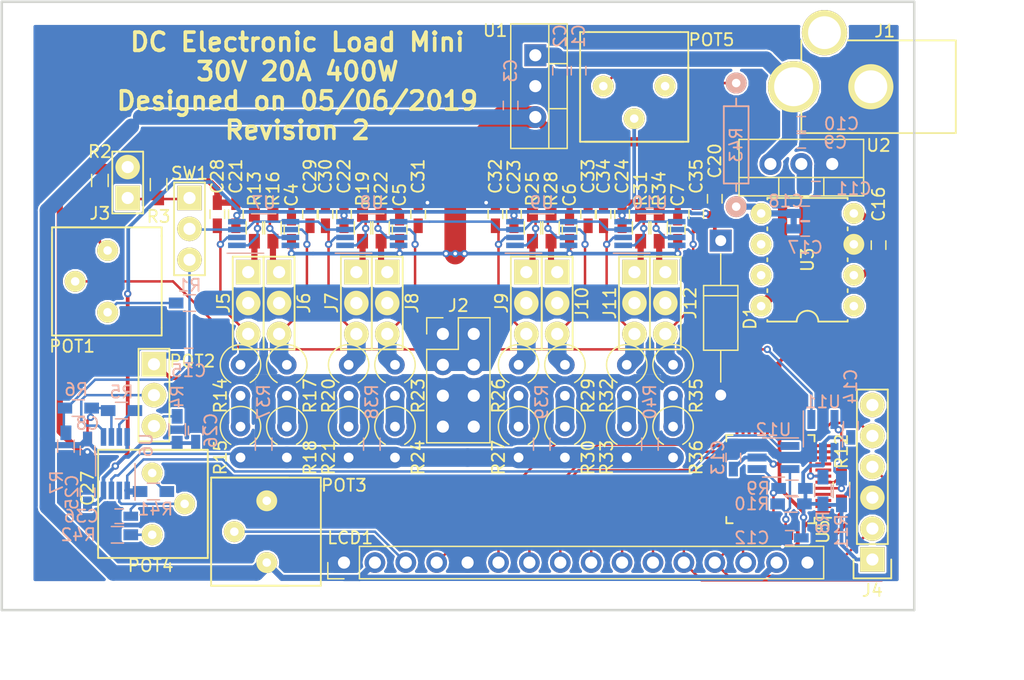
<source format=kicad_pcb>
(kicad_pcb (version 20171130) (host pcbnew "(5.0.2)-1")
  (layers (0 F.Cu signal) (31 B.Cu signal) (34 B.Paste user hide) (35 F.Paste user hide) (36 B.SilkS user) (37 F.SilkS user) (38 B.Mask user hide) (39 F.Mask user hide) (44 Edge.Cuts user))
  (net 0 "")
  (net 1 "Net-(C1-Pad1)")
  (net 2 GND)
  (net 3 +5V)
  (net 4 +3V3)
  (net 5 "Net-(C16-Pad2)")
  (net 6 "Net-(C16-Pad1)")
  (net 7 -0V5)
  (net 8 "Net-(C27-Pad1)")
  (net 9 "Net-(C28-Pad1)")
  (net 10 "Net-(C29-Pad1)")
  (net 11 "Net-(C30-Pad1)")
  (net 12 "Net-(C31-Pad1)")
  (net 13 "Net-(C32-Pad1)")
  (net 14 "Net-(C33-Pad1)")
  (net 15 "Net-(C34-Pad1)")
  (net 16 "Net-(C35-Pad1)")
  (net 17 "Net-(C36-Pad1)")
  (net 18 /LoadControl/Vin)
  (net 19 "Net-(J3-Pad1)")
  (net 20 "Net-(J4-Pad6)")
  (net 21 /NRST)
  (net 22 /LCD_DB5)
  (net 23 /LCD_DB6)
  (net 24 "Net-(J5-Pad1)")
  (net 25 "Net-(J6-Pad1)")
  (net 26 "Net-(J7-Pad1)")
  (net 27 "Net-(J8-Pad1)")
  (net 28 "Net-(J9-Pad1)")
  (net 29 "Net-(J10-Pad1)")
  (net 30 "Net-(J11-Pad1)")
  (net 31 "Net-(J12-Pad1)")
  (net 32 /LCD_DB7)
  (net 33 /LCD_DB4)
  (net 34 /LCD_DB3)
  (net 35 /LCD_DB2)
  (net 36 /LCD_DB1)
  (net 37 /LCD_DB0)
  (net 38 /LCD_EN)
  (net 39 /LCD_RS)
  (net 40 "Net-(LCD1-Pad3)")
  (net 41 "Net-(POT1-Pad1)")
  (net 42 /VoltageADC)
  (net 43 "Net-(POT1-Pad3)")
  (net 44 "Net-(POT2-Pad3)")
  (net 45 "Net-(POT2-Pad2)")
  (net 46 "Net-(POT4-Pad1)")
  (net 47 "Net-(POT4-Pad3)")
  (net 48 "Net-(R5-Pad2)")
  (net 49 "Net-(R6-Pad1)")
  (net 50 "Net-(R9-Pad2)")
  (net 51 "Net-(R10-Pad2)")
  (net 52 "Net-(R11-Pad2)")
  (net 53 "Net-(R12-Pad2)")
  (net 54 "Net-(R13-Pad2)")
  (net 55 "Net-(R14-Pad2)")
  (net 56 /CurrentADC)
  (net 57 "Net-(R16-Pad2)")
  (net 58 "Net-(R17-Pad2)")
  (net 59 "Net-(R19-Pad2)")
  (net 60 "Net-(R20-Pad2)")
  (net 61 "Net-(R22-Pad2)")
  (net 62 "Net-(R23-Pad2)")
  (net 63 "Net-(R25-Pad2)")
  (net 64 "Net-(R26-Pad2)")
  (net 65 "Net-(R28-Pad2)")
  (net 66 "Net-(R29-Pad2)")
  (net 67 "Net-(R31-Pad2)")
  (net 68 "Net-(R32-Pad2)")
  (net 69 "Net-(R34-Pad2)")
  (net 70 "Net-(R35-Pad2)")
  (net 71 /Vset)
  (net 72 "Net-(U3-Pad7)")
  (net 73 "Net-(U5-Pad46)")
  (net 74 "Net-(U5-Pad42)")
  (net 75 "Net-(U5-Pad41)")
  (net 76 "Net-(U5-Pad40)")
  (net 77 "Net-(U5-Pad39)")
  (net 78 "Net-(U5-Pad36)")
  (net 79 "Net-(U5-Pad35)")
  (net 80 "Net-(U5-Pad28)")
  (net 81 "Net-(U5-Pad25)")
  (net 82 "Net-(U5-Pad24)")
  (net 83 "Net-(U5-Pad23)")
  (net 84 "Net-(U5-Pad22)")
  (net 85 "Net-(U5-Pad21)")
  (net 86 "Net-(U5-Pad20)")
  (net 87 "Net-(U5-Pad19)")
  (net 88 "Net-(U5-Pad18)")
  (net 89 "Net-(U5-Pad16)")
  (net 90 "Net-(U5-Pad15)")
  (net 91 "Net-(U5-Pad14)")
  (net 92 "Net-(U5-Pad13)")
  (net 93 "Net-(U5-Pad12)")
  (net 94 "Net-(U5-Pad11)")
  (net 95 "Net-(U5-Pad10)")
  (net 96 "Net-(U5-Pad9)")
  (net 97 "Net-(U5-Pad8)")
  (net 98 "Net-(U5-Pad4)")
  (net 99 "Net-(U5-Pad3)")
  (net 100 "Net-(U5-Pad2)")
  (net 101 "Net-(U5-Pad1)")
  (net 102 /LoadControl/I_Sense)
  (net 103 -5V)
  (net 104 "Net-(POT5-Pad3)")
  (net 105 "Net-(POT5-Pad1)")
  (module CustomFootprint:Potentiometer_Bourns_3386 (layer F.Cu) (at 110.469801 40.590999)
    (fp_text reference POT5 (at 3.81 -3.81) (layer F.SilkS))
    (fp_text value 100Ω)
    (pad 3 thru_hole circle (at -5.08 0) (size 1.716 1.716) (drill 0.7) (layers *.Cu *.Mask F.SilkS) (net 104 "Net-(POT5-Pad3)"))
    (pad 2 thru_hole circle (at -2.54 2.667) (size 1.716 1.716) (drill 0.7) (layers *.Cu *.Mask F.SilkS) (net 7 -0V5))
    (pad 1 thru_hole circle (at 0 0) (size 1.716 1.716) (drill 0.7) (layers *.Cu *.Mask F.SilkS) (net 105 "Net-(POT5-Pad1)"))
  )
  (module CustomFootprint:Resistor-0.25W (layer B.Cu) (at 116.311801 40.336999 270)
    (fp_text reference R43 (at 5.08 0 270) (layer B.SilkS) (effects (justify mirror)))
    (fp_text value 50Ω)
    (pad 2 thru_hole circle (at 10.16 0 270) (size 1.716 1.716) (drill 0.7) (layers *.Cu *.Mask B.SilkS) (net 103 -5V))
    (pad 1 thru_hole circle (at 0 0 270) (size 1.716 1.716) (drill 0.7) (layers *.Cu *.Mask B.SilkS) (net 104 "Net-(POT5-Pad3)"))
  )
  (module Diodes_THT:D_A-405_P12.70mm_Horizontal (layer F.Cu) (at 115.041801 53.290999 270)
    (fp_text reference D1 (at 6.35 -2.41 270) (layer F.SilkS))
    (fp_text value 1N914)
    (pad 2 thru_hole oval (at 12.7 0 270) (size 1.8 1.8) (drill 0.9) (layers *.Cu *.Mask) (net 2 GND))
    (pad 1 thru_hole rect (at 0 0 270) (size 1.8 1.8) (drill 0.9) (layers *.Cu *.Mask) (net 7 -0V5))
  )
  (module Resistors_THT:R_Axial_DIN0309_L9.0mm_D3.2mm_P2.54mm_Vertical (layer F.Cu) (at 75.565 68.58 270)
    (fp_text reference R15 (at 2.54 1.651 270) (layer F.SilkS))
    (fp_text value 0Ω1)
    (pad 1 thru_hole circle (at 0 0 270) (size 1.6 1.6) (drill 0.8) (layers *.Cu *.Mask) (net 55 "Net-(R14-Pad2)"))
    (pad 2 thru_hole oval (at 2.54 0 270) (size 1.6 1.6) (drill 0.8) (layers *.Cu *.Mask) (net 102 /LoadControl/I_Sense))
  )
  (module CustomFootprint:Potentiometer_Bourns_3386 (layer F.Cu) (at 77.724 79.756 270)
    (fp_text reference POT3 (at -6.35 -6.35) (layer F.SilkS))
    (fp_text value 10kΩ)
    (pad 3 thru_hole circle (at -5.08 0 270) (size 1.716 1.716) (drill 0.7) (layers *.Cu *.Mask F.SilkS) (net 2 GND))
    (pad 2 thru_hole circle (at -2.54 2.667 270) (size 1.716 1.716) (drill 0.7) (layers *.Cu *.Mask F.SilkS) (net 40 "Net-(LCD1-Pad3)"))
    (pad 1 thru_hole circle (at 0 0 270) (size 1.716 1.716) (drill 0.7) (layers *.Cu *.Mask F.SilkS) (net 3 +5V))
  )
  (module Resistors_SMD:R_0603_HandSoldering (layer B.Cu) (at 77.47 70.02 90)
    (fp_text reference R37 (at 3.472 0 90) (layer B.SilkS) (effects (justify mirror)))
    (fp_text value 0Ω02)
    (pad 1 smd rect (at -1.1 0 90) (size 1.2 0.9) (layers B.Cu B.Paste B.Mask) (net 102 /LoadControl/I_Sense))
    (pad 2 smd rect (at 1.1 0 90) (size 1.2 0.9) (layers B.Cu B.Paste B.Mask) (net 2 GND))
  )
  (module Capacitors_SMD:C_0603_HandSoldering (layer B.Cu) (at 103.357801 39.320999 270)
    (fp_text reference C1 (at -2.855 0 270) (layer B.SilkS) (effects (justify mirror)))
    (fp_text value 10uF)
    (pad 1 smd rect (at -0.95 0 270) (size 1.2 0.75) (layers B.Cu B.Paste B.Mask) (net 1 "Net-(C1-Pad1)"))
    (pad 2 smd rect (at 0.95 0 270) (size 1.2 0.75) (layers B.Cu B.Paste B.Mask) (net 2 GND))
  )
  (module Capacitors_SMD:C_0603_HandSoldering (layer B.Cu) (at 101.833801 39.320999 270)
    (fp_text reference C2 (at -2.855 0 270) (layer B.SilkS) (effects (justify mirror)))
    (fp_text value 100nF)
    (pad 1 smd rect (at -0.95 0 270) (size 1.2 0.75) (layers B.Cu B.Paste B.Mask) (net 1 "Net-(C1-Pad1)"))
    (pad 2 smd rect (at 0.95 0 270) (size 1.2 0.75) (layers B.Cu B.Paste B.Mask) (net 2 GND))
  )
  (module Capacitors_SMD:C_0603_HandSoldering (layer B.Cu) (at 97.769801 42.180999 90)
    (fp_text reference C3 (at 2.86 0 90) (layer B.SilkS) (effects (justify mirror)))
    (fp_text value 10uF)
    (pad 1 smd rect (at -0.95 0 90) (size 1.2 0.75) (layers B.Cu B.Paste B.Mask) (net 3 +5V))
    (pad 2 smd rect (at 0.95 0 90) (size 1.2 0.75) (layers B.Cu B.Paste B.Mask) (net 2 GND))
  )
  (module Capacitors_SMD:C_0603_HandSoldering (layer F.Cu) (at 79.756 52.39 90)
    (fp_text reference C4 (at 2.86 0 90) (layer F.SilkS))
    (fp_text value 100nF)
    (pad 2 smd rect (at 0.95 0 90) (size 1.2 0.75) (layers F.Cu F.Paste F.Mask) (net 2 GND))
    (pad 1 smd rect (at -0.95 0 90) (size 1.2 0.75) (layers F.Cu F.Paste F.Mask) (net 3 +5V))
  )
  (module Capacitors_SMD:C_0603_HandSoldering (layer F.Cu) (at 88.646 52.39 90)
    (fp_text reference C5 (at 2.86 0 90) (layer F.SilkS))
    (fp_text value 100nF)
    (pad 1 smd rect (at -0.95 0 90) (size 1.2 0.75) (layers F.Cu F.Paste F.Mask) (net 3 +5V))
    (pad 2 smd rect (at 0.95 0 90) (size 1.2 0.75) (layers F.Cu F.Paste F.Mask) (net 2 GND))
  )
  (module Capacitors_SMD:C_0603_HandSoldering (layer F.Cu) (at 102.616 52.39 90)
    (fp_text reference C6 (at 2.86 0 90) (layer F.SilkS))
    (fp_text value 100nF)
    (pad 2 smd rect (at 0.95 0 90) (size 1.2 0.75) (layers F.Cu F.Paste F.Mask) (net 2 GND))
    (pad 1 smd rect (at -0.95 0 90) (size 1.2 0.75) (layers F.Cu F.Paste F.Mask) (net 3 +5V))
  )
  (module Capacitors_SMD:C_0603_HandSoldering (layer F.Cu) (at 111.506 52.39 90)
    (fp_text reference C7 (at 2.86 0 90) (layer F.SilkS))
    (fp_text value 100nF)
    (pad 1 smd rect (at -0.95 0 90) (size 1.2 0.75) (layers F.Cu F.Paste F.Mask) (net 3 +5V))
    (pad 2 smd rect (at 0.95 0 90) (size 1.2 0.75) (layers F.Cu F.Paste F.Mask) (net 2 GND))
  )
  (module Capacitors_SMD:C_0603_HandSoldering (layer B.Cu) (at 62.992 70.546 270)
    (fp_text reference C8 (at -2.22 0 180) (layer B.SilkS) (effects (justify mirror)))
    (fp_text value 100nF)
    (pad 2 smd rect (at 0.95 0 270) (size 1.2 0.75) (layers B.Cu B.Paste B.Mask) (net 2 GND))
    (pad 1 smd rect (at -0.95 0 270) (size 1.2 0.75) (layers B.Cu B.Paste B.Mask) (net 3 +5V))
  )
  (module Capacitors_SMD:C_0603_HandSoldering (layer B.Cu) (at 121.666 45.085)
    (fp_text reference C9 (at 2.794 0.127) (layer B.SilkS) (effects (justify mirror)))
    (fp_text value 10uF)
    (pad 2 smd rect (at 0.95 0) (size 1.2 0.75) (layers B.Cu B.Paste B.Mask) (net 2 GND))
    (pad 1 smd rect (at -0.95 0) (size 1.2 0.75) (layers B.Cu B.Paste B.Mask) (net 1 "Net-(C1-Pad1)"))
  )
  (module Capacitors_SMD:C_0603_HandSoldering (layer B.Cu) (at 121.666 43.688)
    (fp_text reference C10 (at 3.302 0) (layer B.SilkS) (effects (justify mirror)))
    (fp_text value 100nF)
    (pad 2 smd rect (at 0.95 0) (size 1.2 0.75) (layers B.Cu B.Paste B.Mask) (net 2 GND))
    (pad 1 smd rect (at -0.95 0) (size 1.2 0.75) (layers B.Cu B.Paste B.Mask) (net 1 "Net-(C1-Pad1)"))
  )
  (module Capacitors_SMD:C_0603_HandSoldering (layer B.Cu) (at 122.87 49.022)
    (fp_text reference C11 (at 3.114 0) (layer B.SilkS) (effects (justify mirror)))
    (fp_text value 10uF)
    (pad 2 smd rect (at 0.95 0) (size 1.2 0.75) (layers B.Cu B.Paste B.Mask) (net 2 GND))
    (pad 1 smd rect (at -0.95 0) (size 1.2 0.75) (layers B.Cu B.Paste B.Mask) (net 4 +3V3))
  )
  (module Capacitors_SMD:C_0603_HandSoldering (layer B.Cu) (at 120.716 77.724 180)
    (fp_text reference C12 (at 3.114 0 180) (layer B.SilkS) (effects (justify mirror)))
    (fp_text value 100nF)
    (pad 1 smd rect (at -0.95 0 180) (size 1.2 0.75) (layers B.Cu B.Paste B.Mask) (net 4 +3V3))
    (pad 2 smd rect (at 0.95 0 180) (size 1.2 0.75) (layers B.Cu B.Paste B.Mask) (net 2 GND))
  )
  (module Capacitors_SMD:C_0603_HandSoldering (layer B.Cu) (at 116.078 71.12 90)
    (fp_text reference C13 (at 0 -1.27 90) (layer B.SilkS) (effects (justify mirror)))
    (fp_text value 100nF)
    (pad 2 smd rect (at 0.95 0 90) (size 1.2 0.75) (layers B.Cu B.Paste B.Mask) (net 2 GND))
    (pad 1 smd rect (at -0.95 0 90) (size 1.2 0.75) (layers B.Cu B.Paste B.Mask) (net 4 +3V3))
  )
  (module Capacitors_SMD:C_0603_HandSoldering (layer B.Cu) (at 125.73 68.514 90)
    (fp_text reference C14 (at 3.236 0 90) (layer B.SilkS) (effects (justify mirror)))
    (fp_text value 100nF)
    (pad 1 smd rect (at -0.95 0 90) (size 1.2 0.75) (layers B.Cu B.Paste B.Mask) (net 4 +3V3))
    (pad 2 smd rect (at 0.95 0 90) (size 1.2 0.75) (layers B.Cu B.Paste B.Mask) (net 2 GND))
  )
  (module Capacitors_SMD:C_0603_HandSoldering (layer B.Cu) (at 71.308 62.738)
    (fp_text reference C15 (at 0 1.25) (layer B.SilkS) (effects (justify mirror)))
    (fp_text value 100nF)
    (pad 2 smd rect (at 0.95 0) (size 1.2 0.75) (layers B.Cu B.Paste B.Mask) (net 2 GND))
    (pad 1 smd rect (at -0.95 0) (size 1.2 0.75) (layers B.Cu B.Paste B.Mask) (net 4 +3V3))
  )
  (module Capacitors_SMD:C_0603_HandSoldering (layer F.Cu) (at 128.016 53.66 90)
    (fp_text reference C16 (at 3.368 0 90) (layer F.SilkS))
    (fp_text value 10uF)
    (pad 2 smd rect (at 0.95 0 90) (size 1.2 0.75) (layers F.Cu F.Paste F.Mask) (net 5 "Net-(C16-Pad2)"))
    (pad 1 smd rect (at -0.95 0 90) (size 1.2 0.75) (layers F.Cu F.Paste F.Mask) (net 6 "Net-(C16-Pad1)"))
  )
  (module Capacitors_SMD:C_0603_HandSoldering (layer B.Cu) (at 121.986 52.324 180)
    (fp_text reference C17 (at 0 -1.524 180) (layer B.SilkS) (effects (justify mirror)))
    (fp_text value 10uF)
    (pad 2 smd rect (at 0.95 0 180) (size 1.2 0.75) (layers B.Cu B.Paste B.Mask) (net 103 -5V))
    (pad 1 smd rect (at -0.95 0 180) (size 1.2 0.75) (layers B.Cu B.Paste B.Mask) (net 2 GND))
  )
  (module Capacitors_SMD:C_0603_HandSoldering (layer B.Cu) (at 121.986 51.054 180)
    (fp_text reference C18 (at 1.59 1.016 180) (layer B.SilkS) (effects (justify mirror)))
    (fp_text value 100nF)
    (pad 2 smd rect (at 0.95 0 180) (size 1.2 0.75) (layers B.Cu B.Paste B.Mask) (net 103 -5V))
    (pad 1 smd rect (at -0.95 0 180) (size 1.2 0.75) (layers B.Cu B.Paste B.Mask) (net 2 GND))
  )
  (module Capacitors_SMD:C_0603_HandSoldering (layer F.Cu) (at 114.554 49.85 90)
    (fp_text reference C20 (at 3.114 0 90) (layer F.SilkS))
    (fp_text value 10uF)
    (pad 1 smd rect (at -0.95 0 90) (size 1.2 0.75) (layers F.Cu F.Paste F.Mask) (net 7 -0V5))
    (pad 2 smd rect (at 0.95 0 90) (size 1.2 0.75) (layers F.Cu F.Paste F.Mask) (net 2 GND))
  )
  (module Capacitors_SMD:C_0603_HandSoldering (layer F.Cu) (at 75.184 51.12 90)
    (fp_text reference C21 (at 3.114 0 90) (layer F.SilkS))
    (fp_text value 100nF)
    (pad 1 smd rect (at -0.95 0 90) (size 1.2 0.75) (layers F.Cu F.Paste F.Mask) (net 7 -0V5))
    (pad 2 smd rect (at 0.95 0 90) (size 1.2 0.75) (layers F.Cu F.Paste F.Mask) (net 2 GND))
  )
  (module Capacitors_SMD:C_0603_HandSoldering (layer F.Cu) (at 84.074 51.12 90)
    (fp_text reference C22 (at 3.114 0 90) (layer F.SilkS))
    (fp_text value 100nF)
    (pad 1 smd rect (at -0.95 0 90) (size 1.2 0.75) (layers F.Cu F.Paste F.Mask) (net 7 -0V5))
    (pad 2 smd rect (at 0.95 0 90) (size 1.2 0.75) (layers F.Cu F.Paste F.Mask) (net 2 GND))
  )
  (module Capacitors_SMD:C_0603_HandSoldering (layer F.Cu) (at 98.044 51.12 90)
    (fp_text reference C23 (at 3.048 0 90) (layer F.SilkS))
    (fp_text value 100nF)
    (pad 2 smd rect (at 0.95 0 90) (size 1.2 0.75) (layers F.Cu F.Paste F.Mask) (net 2 GND))
    (pad 1 smd rect (at -0.95 0 90) (size 1.2 0.75) (layers F.Cu F.Paste F.Mask) (net 7 -0V5))
  )
  (module Capacitors_SMD:C_0603_HandSoldering (layer F.Cu) (at 106.934 51.12 90)
    (fp_text reference C24 (at 3.114 0 90) (layer F.SilkS))
    (fp_text value 100nF)
    (pad 1 smd rect (at -0.95 0 90) (size 1.2 0.75) (layers F.Cu F.Paste F.Mask) (net 7 -0V5))
    (pad 2 smd rect (at 0.95 0 90) (size 1.2 0.75) (layers F.Cu F.Paste F.Mask) (net 2 GND))
  )
  (module Capacitors_SMD:C_0603_HandSoldering (layer B.Cu) (at 62.992 73.98 90)
    (fp_text reference C25 (at 0 -1.27 90) (layer B.SilkS) (effects (justify mirror)))
    (fp_text value 100nF)
    (pad 2 smd rect (at 0.95 0 90) (size 1.2 0.75) (layers B.Cu B.Paste B.Mask) (net 2 GND))
    (pad 1 smd rect (at -0.95 0 90) (size 1.2 0.75) (layers B.Cu B.Paste B.Mask) (net 7 -0V5))
  )
  (module Capacitors_SMD:C_0603_HandSoldering (layer B.Cu) (at 71.882 68.9 90)
    (fp_text reference C26 (at 0 1.25 90) (layer B.SilkS) (effects (justify mirror)))
    (fp_text value 100nF)
    (pad 1 smd rect (at -0.95 0 90) (size 1.2 0.75) (layers B.Cu B.Paste B.Mask) (net 7 -0V5))
    (pad 2 smd rect (at 0.95 0 90) (size 1.2 0.75) (layers B.Cu B.Paste B.Mask) (net 2 GND))
  )
  (module Capacitors_SMD:C_0603_HandSoldering (layer F.Cu) (at 62.992 70.546 270)
    (fp_text reference C27 (at 3.114 0 270) (layer F.SilkS))
    (fp_text value 100nF)
    (pad 2 smd rect (at 0.95 0 270) (size 1.2 0.75) (layers F.Cu F.Paste F.Mask) (net 2 GND))
    (pad 1 smd rect (at -0.95 0 270) (size 1.2 0.75) (layers F.Cu F.Paste F.Mask) (net 8 "Net-(C27-Pad1)"))
  )
  (module Capacitors_SMD:C_0603_HandSoldering (layer F.Cu) (at 73.66 51.12 90)
    (fp_text reference C28 (at 3.114 0 90) (layer F.SilkS))
    (fp_text value 10nF)
    (pad 1 smd rect (at -0.95 0 90) (size 1.2 0.75) (layers F.Cu F.Paste F.Mask) (net 9 "Net-(C28-Pad1)"))
    (pad 2 smd rect (at 0.95 0 90) (size 1.2 0.75) (layers F.Cu F.Paste F.Mask) (net 2 GND))
  )
  (module Capacitors_SMD:C_0603_HandSoldering (layer F.Cu) (at 81.28 51.12 90)
    (fp_text reference C29 (at 3.114 0 90) (layer F.SilkS))
    (fp_text value 10nF)
    (pad 1 smd rect (at -0.95 0 90) (size 1.2 0.75) (layers F.Cu F.Paste F.Mask) (net 10 "Net-(C29-Pad1)"))
    (pad 2 smd rect (at 0.95 0 90) (size 1.2 0.75) (layers F.Cu F.Paste F.Mask) (net 2 GND))
  )
  (module Capacitors_SMD:C_0603_HandSoldering (layer F.Cu) (at 82.55 51.12 90)
    (fp_text reference C30 (at 3.114 0 90) (layer F.SilkS))
    (fp_text value 10nF)
    (pad 2 smd rect (at 0.95 0 90) (size 1.2 0.75) (layers F.Cu F.Paste F.Mask) (net 2 GND))
    (pad 1 smd rect (at -0.95 0 90) (size 1.2 0.75) (layers F.Cu F.Paste F.Mask) (net 11 "Net-(C30-Pad1)"))
  )
  (module Capacitors_SMD:C_0603_HandSoldering (layer F.Cu) (at 90.17 51.12 90)
    (fp_text reference C31 (at 3.114 0 90) (layer F.SilkS))
    (fp_text value 10nF)
    (pad 2 smd rect (at 0.95 0 90) (size 1.2 0.75) (layers F.Cu F.Paste F.Mask) (net 2 GND))
    (pad 1 smd rect (at -0.95 0 90) (size 1.2 0.75) (layers F.Cu F.Paste F.Mask) (net 12 "Net-(C31-Pad1)"))
  )
  (module Capacitors_SMD:C_0603_HandSoldering (layer F.Cu) (at 96.52 51.12 90)
    (fp_text reference C32 (at 3.114 0 90) (layer F.SilkS))
    (fp_text value 10nF)
    (pad 1 smd rect (at -0.95 0 90) (size 1.2 0.75) (layers F.Cu F.Paste F.Mask) (net 13 "Net-(C32-Pad1)"))
    (pad 2 smd rect (at 0.95 0 90) (size 1.2 0.75) (layers F.Cu F.Paste F.Mask) (net 2 GND))
  )
  (module Capacitors_SMD:C_0603_HandSoldering (layer F.Cu) (at 104.14 51.12 90)
    (fp_text reference C33 (at 3.114 0 90) (layer F.SilkS))
    (fp_text value 10nF)
    (pad 2 smd rect (at 0.95 0 90) (size 1.2 0.75) (layers F.Cu F.Paste F.Mask) (net 2 GND))
    (pad 1 smd rect (at -0.95 0 90) (size 1.2 0.75) (layers F.Cu F.Paste F.Mask) (net 14 "Net-(C33-Pad1)"))
  )
  (module Capacitors_SMD:C_0603_HandSoldering (layer F.Cu) (at 105.41 51.12 90)
    (fp_text reference C34 (at 3.114 0 90) (layer F.SilkS))
    (fp_text value 10nF)
    (pad 2 smd rect (at 0.95 0 90) (size 1.2 0.75) (layers F.Cu F.Paste F.Mask) (net 2 GND))
    (pad 1 smd rect (at -0.95 0 90) (size 1.2 0.75) (layers F.Cu F.Paste F.Mask) (net 15 "Net-(C34-Pad1)"))
  )
  (module Capacitors_SMD:C_0603_HandSoldering (layer F.Cu) (at 113.03 51.12 90)
    (fp_text reference C35 (at 3.114 0 90) (layer F.SilkS))
    (fp_text value 10nF)
    (pad 1 smd rect (at -0.95 0 90) (size 1.2 0.75) (layers F.Cu F.Paste F.Mask) (net 16 "Net-(C35-Pad1)"))
    (pad 2 smd rect (at 0.95 0 90) (size 1.2 0.75) (layers F.Cu F.Paste F.Mask) (net 2 GND))
  )
  (module Capacitors_SMD:C_0603_HandSoldering (layer B.Cu) (at 65.598 75.946 180)
    (fp_text reference C36 (at 3.114 0 180) (layer B.SilkS) (effects (justify mirror)))
    (fp_text value 10nF)
    (pad 1 smd rect (at -0.95 0 180) (size 1.2 0.75) (layers B.Cu B.Paste B.Mask) (net 17 "Net-(C36-Pad1)"))
    (pad 2 smd rect (at 0.95 0 180) (size 1.2 0.75) (layers B.Cu B.Paste B.Mask) (net 2 GND))
  )
  (module CustomFootprint:Power_Socket_2.1mm (layer F.Cu) (at 127.381 40.64 270)
    (fp_text reference J1 (at -4.572 -1.143) (layer F.SilkS))
    (fp_text value Power)
    (pad 3 thru_hole circle (at -4.445 3.81 270) (size 3.716 3.716) (drill 2.7) (layers *.Cu *.Mask F.SilkS))
    (pad 2 thru_hole circle (at 0 0 270) (size 3.716 3.716) (drill 2.7) (layers *.Cu *.Mask F.SilkS) (net 2 GND))
    (pad 1 thru_hole circle (at 0 6.35 270) (size 4.216 4.216) (drill 3.2) (layers *.Cu *.Mask F.SilkS) (net 1 "Net-(C1-Pad1)"))
  )
  (module Pin_Headers:Pin_Header_Straight_2x04_Pitch2.54mm (layer F.Cu) (at 92.202 60.96)
    (fp_text reference J2 (at 1.27 -2.33) (layer F.SilkS))
    (fp_text value Vin)
    (pad 8 thru_hole oval (at 2.54 7.62) (size 1.7 1.7) (drill 1) (layers *.Cu *.Mask) (net 2 GND))
    (pad 7 thru_hole oval (at 0 7.62) (size 1.7 1.7) (drill 1) (layers *.Cu *.Mask) (net 2 GND))
    (pad 6 thru_hole oval (at 2.54 5.08) (size 1.7 1.7) (drill 1) (layers *.Cu *.Mask) (net 2 GND))
    (pad 5 thru_hole oval (at 0 5.08) (size 1.7 1.7) (drill 1) (layers *.Cu *.Mask) (net 2 GND))
    (pad 4 thru_hole oval (at 2.54 2.54) (size 1.7 1.7) (drill 1) (layers *.Cu *.Mask) (net 18 /LoadControl/Vin))
    (pad 3 thru_hole oval (at 0 2.54) (size 1.7 1.7) (drill 1) (layers *.Cu *.Mask) (net 18 /LoadControl/Vin))
    (pad 2 thru_hole oval (at 2.54 0) (size 1.7 1.7) (drill 1) (layers *.Cu *.Mask) (net 18 /LoadControl/Vin))
    (pad 1 thru_hole rect (at 0 0) (size 1.7 1.7) (drill 1) (layers *.Cu *.Mask) (net 18 /LoadControl/Vin))
  )
  (module CustomFootprint:Pin_Header_Straight_1x02 (layer F.Cu) (at 66.294 49.784 180)
    (fp_text reference J3 (at 2.286 -1.27 180) (layer F.SilkS))
    (fp_text value ExternalVset)
    (pad 2 thru_hole circle (at 0 2.54 180) (size 2.016 2.016) (drill 1) (layers *.Cu *.Mask F.SilkS) (net 2 GND))
    (pad 1 thru_hole rect (at 0 0 180) (size 2.016 2.016) (drill 1) (layers *.Cu *.Mask F.SilkS) (net 19 "Net-(J3-Pad1)"))
  )
  (module CustomFootprint:Pin_Header_Straight_1x06 (layer F.Cu) (at 127.508 79.502 180)
    (fp_text reference J4 (at 0 -2.54 180) (layer F.SilkS))
    (fp_text value ST-LINK)
    (pad 6 thru_hole circle (at 0 12.7 180) (size 2.016 2.016) (drill 1) (layers *.Cu *.Mask F.SilkS) (net 20 "Net-(J4-Pad6)"))
    (pad 5 thru_hole circle (at 0 10.16 180) (size 2.016 2.016) (drill 1) (layers *.Cu *.Mask F.SilkS) (net 21 /NRST))
    (pad 4 thru_hole circle (at 0 7.62 180) (size 2.016 2.016) (drill 1) (layers *.Cu *.Mask F.SilkS) (net 22 /LCD_DB5))
    (pad 3 thru_hole circle (at 0 5.08 180) (size 2.016 2.016) (drill 1) (layers *.Cu *.Mask F.SilkS) (net 2 GND))
    (pad 2 thru_hole circle (at 0 2.54 180) (size 2.016 2.016) (drill 1) (layers *.Cu *.Mask F.SilkS) (net 23 /LCD_DB6))
    (pad 1 thru_hole rect (at 0 0 180) (size 2.016 2.016) (drill 1) (layers *.Cu *.Mask F.SilkS) (net 4 +3V3))
  )
  (module CustomFootprint:Pin_Header_Straight_1x03 (layer F.Cu) (at 76.2 55.88)
    (fp_text reference J5 (at -2.032 2.54 90) (layer F.SilkS))
    (fp_text value "MOSFET 1")
    (pad 1 thru_hole rect (at 0 0) (size 2.016 2.016) (drill 1) (layers *.Cu *.Mask F.SilkS) (net 24 "Net-(J5-Pad1)"))
    (pad 2 thru_hole circle (at 0 2.54) (size 2.016 2.016) (drill 1) (layers *.Cu *.Mask F.SilkS) (net 18 /LoadControl/Vin))
    (pad 3 thru_hole circle (at 0 5.08) (size 2.016 2.016) (drill 1) (layers *.Cu *.Mask F.SilkS) (net 9 "Net-(C28-Pad1)"))
  )
  (module CustomFootprint:Pin_Header_Straight_1x03 (layer F.Cu) (at 78.74 55.88)
    (fp_text reference J6 (at 2.032 2.54 270) (layer F.SilkS))
    (fp_text value "MOSFET 2")
    (pad 3 thru_hole circle (at 0 5.08) (size 2.016 2.016) (drill 1) (layers *.Cu *.Mask F.SilkS) (net 10 "Net-(C29-Pad1)"))
    (pad 2 thru_hole circle (at 0 2.54) (size 2.016 2.016) (drill 1) (layers *.Cu *.Mask F.SilkS) (net 18 /LoadControl/Vin))
    (pad 1 thru_hole rect (at 0 0) (size 2.016 2.016) (drill 1) (layers *.Cu *.Mask F.SilkS) (net 25 "Net-(J6-Pad1)"))
  )
  (module CustomFootprint:Pin_Header_Straight_1x03 (layer F.Cu) (at 85.09 55.88)
    (fp_text reference J7 (at -2.032 2.54 90) (layer F.SilkS))
    (fp_text value "MOSFET 3")
    (pad 3 thru_hole circle (at 0 5.08) (size 2.016 2.016) (drill 1) (layers *.Cu *.Mask F.SilkS) (net 11 "Net-(C30-Pad1)"))
    (pad 2 thru_hole circle (at 0 2.54) (size 2.016 2.016) (drill 1) (layers *.Cu *.Mask F.SilkS) (net 18 /LoadControl/Vin))
    (pad 1 thru_hole rect (at 0 0) (size 2.016 2.016) (drill 1) (layers *.Cu *.Mask F.SilkS) (net 26 "Net-(J7-Pad1)"))
  )
  (module CustomFootprint:Pin_Header_Straight_1x03 (layer F.Cu) (at 87.63 55.88)
    (fp_text reference J8 (at 2.032 2.54 90) (layer F.SilkS))
    (fp_text value "MOSFET 4")
    (pad 1 thru_hole rect (at 0 0) (size 2.016 2.016) (drill 1) (layers *.Cu *.Mask F.SilkS) (net 27 "Net-(J8-Pad1)"))
    (pad 2 thru_hole circle (at 0 2.54) (size 2.016 2.016) (drill 1) (layers *.Cu *.Mask F.SilkS) (net 18 /LoadControl/Vin))
    (pad 3 thru_hole circle (at 0 5.08) (size 2.016 2.016) (drill 1) (layers *.Cu *.Mask F.SilkS) (net 12 "Net-(C31-Pad1)"))
  )
  (module CustomFootprint:Pin_Header_Straight_1x03 (layer F.Cu) (at 99.06 55.88)
    (fp_text reference J9 (at -2.032 2.54 90) (layer F.SilkS))
    (fp_text value "MOSFET 5")
    (pad 1 thru_hole rect (at 0 0) (size 2.016 2.016) (drill 1) (layers *.Cu *.Mask F.SilkS) (net 28 "Net-(J9-Pad1)"))
    (pad 2 thru_hole circle (at 0 2.54) (size 2.016 2.016) (drill 1) (layers *.Cu *.Mask F.SilkS) (net 18 /LoadControl/Vin))
    (pad 3 thru_hole circle (at 0 5.08) (size 2.016 2.016) (drill 1) (layers *.Cu *.Mask F.SilkS) (net 13 "Net-(C32-Pad1)"))
  )
  (module CustomFootprint:Pin_Header_Straight_1x03 (layer F.Cu) (at 101.6 55.88)
    (fp_text reference J10 (at 2.032 2.54 270) (layer F.SilkS))
    (fp_text value "MOSFET 6")
    (pad 1 thru_hole rect (at 0 0) (size 2.016 2.016) (drill 1) (layers *.Cu *.Mask F.SilkS) (net 29 "Net-(J10-Pad1)"))
    (pad 2 thru_hole circle (at 0 2.54) (size 2.016 2.016) (drill 1) (layers *.Cu *.Mask F.SilkS) (net 18 /LoadControl/Vin))
    (pad 3 thru_hole circle (at 0 5.08) (size 2.016 2.016) (drill 1) (layers *.Cu *.Mask F.SilkS) (net 14 "Net-(C33-Pad1)"))
  )
  (module CustomFootprint:Pin_Header_Straight_1x03 (layer F.Cu) (at 107.95 55.88)
    (fp_text reference J11 (at -2.032 2.54 90) (layer F.SilkS))
    (fp_text value "MOSFET 7")
    (pad 3 thru_hole circle (at 0 5.08) (size 2.016 2.016) (drill 1) (layers *.Cu *.Mask F.SilkS) (net 15 "Net-(C34-Pad1)"))
    (pad 2 thru_hole circle (at 0 2.54) (size 2.016 2.016) (drill 1) (layers *.Cu *.Mask F.SilkS) (net 18 /LoadControl/Vin))
    (pad 1 thru_hole rect (at 0 0) (size 2.016 2.016) (drill 1) (layers *.Cu *.Mask F.SilkS) (net 30 "Net-(J11-Pad1)"))
  )
  (module CustomFootprint:Pin_Header_Straight_1x03 (layer F.Cu) (at 110.49 55.88)
    (fp_text reference J12 (at 2.032 2.54 90) (layer F.SilkS))
    (fp_text value "MOSFET 8")
    (pad 1 thru_hole rect (at 0 0) (size 2.016 2.016) (drill 1) (layers *.Cu *.Mask F.SilkS) (net 31 "Net-(J12-Pad1)"))
    (pad 2 thru_hole circle (at 0 2.54) (size 2.016 2.016) (drill 1) (layers *.Cu *.Mask F.SilkS) (net 18 /LoadControl/Vin))
    (pad 3 thru_hole circle (at 0 5.08) (size 2.016 2.016) (drill 1) (layers *.Cu *.Mask F.SilkS) (net 16 "Net-(C35-Pad1)"))
  )
  (module Pin_Headers:Pin_Header_Straight_1x16_Pitch2.54mm (layer F.Cu) (at 84.074 79.756 90)
    (fp_text reference LCD1 (at 2.032 0.508 180) (layer F.SilkS))
    (fp_text value LCD1602)
    (pad 16 thru_hole oval (at 0 38.1 90) (size 1.7 1.7) (drill 1) (layers *.Cu *.Mask) (net 2 GND))
    (pad 15 thru_hole oval (at 0 35.56 90) (size 1.7 1.7) (drill 1) (layers *.Cu *.Mask) (net 3 +5V))
    (pad 14 thru_hole oval (at 0 33.02 90) (size 1.7 1.7) (drill 1) (layers *.Cu *.Mask) (net 32 /LCD_DB7))
    (pad 13 thru_hole oval (at 0 30.48 90) (size 1.7 1.7) (drill 1) (layers *.Cu *.Mask) (net 23 /LCD_DB6))
    (pad 12 thru_hole oval (at 0 27.94 90) (size 1.7 1.7) (drill 1) (layers *.Cu *.Mask) (net 22 /LCD_DB5))
    (pad 11 thru_hole oval (at 0 25.4 90) (size 1.7 1.7) (drill 1) (layers *.Cu *.Mask) (net 33 /LCD_DB4))
    (pad 10 thru_hole oval (at 0 22.86 90) (size 1.7 1.7) (drill 1) (layers *.Cu *.Mask) (net 34 /LCD_DB3))
    (pad 9 thru_hole oval (at 0 20.32 90) (size 1.7 1.7) (drill 1) (layers *.Cu *.Mask) (net 35 /LCD_DB2))
    (pad 8 thru_hole oval (at 0 17.78 90) (size 1.7 1.7) (drill 1) (layers *.Cu *.Mask) (net 36 /LCD_DB1))
    (pad 7 thru_hole oval (at 0 15.24 90) (size 1.7 1.7) (drill 1) (layers *.Cu *.Mask) (net 37 /LCD_DB0))
    (pad 6 thru_hole oval (at 0 12.7 90) (size 1.7 1.7) (drill 1) (layers *.Cu *.Mask) (net 38 /LCD_EN))
    (pad 5 thru_hole oval (at 0 10.16 90) (size 1.7 1.7) (drill 1) (layers *.Cu *.Mask) (net 2 GND))
    (pad 4 thru_hole oval (at 0 7.62 90) (size 1.7 1.7) (drill 1) (layers *.Cu *.Mask) (net 39 /LCD_RS))
    (pad 3 thru_hole oval (at 0 5.08 90) (size 1.7 1.7) (drill 1) (layers *.Cu *.Mask) (net 40 "Net-(LCD1-Pad3)"))
    (pad 2 thru_hole oval (at 0 2.54 90) (size 1.7 1.7) (drill 1) (layers *.Cu *.Mask) (net 3 +5V))
    (pad 1 thru_hole rect (at 0 0 90) (size 1.7 1.7) (drill 1) (layers *.Cu *.Mask) (net 2 GND))
  )
  (module CustomFootprint:Potentiometer_Bourns_3386 (layer F.Cu) (at 64.643 59.182 270)
    (fp_text reference POT1 (at 2.794 2.921) (layer F.SilkS))
    (fp_text value 500Ω)
    (pad 1 thru_hole circle (at 0 0 270) (size 1.716 1.716) (drill 0.7) (layers *.Cu *.Mask F.SilkS) (net 41 "Net-(POT1-Pad1)"))
    (pad 2 thru_hole circle (at -2.54 2.667 270) (size 1.716 1.716) (drill 0.7) (layers *.Cu *.Mask F.SilkS) (net 42 /VoltageADC))
    (pad 3 thru_hole circle (at -5.08 0 270) (size 1.716 1.716) (drill 0.7) (layers *.Cu *.Mask F.SilkS) (net 43 "Net-(POT1-Pad3)"))
  )
  (module CustomFootprint:Potentiometer_Bourns_3386 (layer F.Cu) (at 68.305801 72.39 90)
    (fp_text reference POT4 (at -7.62 -0.127 180) (layer F.SilkS))
    (fp_text value 200Ω)
    (pad 1 thru_hole circle (at 0 0 90) (size 1.716 1.716) (drill 0.7) (layers *.Cu *.Mask F.SilkS) (net 46 "Net-(POT4-Pad1)"))
    (pad 2 thru_hole circle (at -2.54 2.667 90) (size 1.716 1.716) (drill 0.7) (layers *.Cu *.Mask F.SilkS) (net 17 "Net-(C36-Pad1)"))
    (pad 3 thru_hole circle (at -5.08 0 90) (size 1.716 1.716) (drill 0.7) (layers *.Cu *.Mask F.SilkS) (net 47 "Net-(POT4-Pad3)"))
  )
  (module Resistors_SMD:R_0603_HandSoldering (layer B.Cu) (at 71.374 58.42 180)
    (fp_text reference R1 (at 0 1.45 180) (layer B.SilkS) (effects (justify mirror)))
    (fp_text value 29kΩ)
    (pad 1 smd rect (at -1.1 0 180) (size 1.2 0.9) (layers B.Cu B.Paste B.Mask) (net 18 /LoadControl/Vin))
    (pad 2 smd rect (at 1.1 0 180) (size 1.2 0.9) (layers B.Cu B.Paste B.Mask) (net 41 "Net-(POT1-Pad1)"))
  )
  (module Resistors_SMD:R_0603_HandSoldering (layer F.Cu) (at 64.008 48.344 90)
    (fp_text reference R2 (at 2.37 0 180) (layer F.SilkS))
    (fp_text value 1k8Ω)
    (pad 1 smd rect (at -1.1 0 90) (size 1.2 0.9) (layers F.Cu F.Paste F.Mask) (net 43 "Net-(POT1-Pad3)"))
    (pad 2 smd rect (at 1.1 0 90) (size 1.2 0.9) (layers F.Cu F.Paste F.Mask) (net 2 GND))
  )
  (module Resistors_SMD:R_0603_HandSoldering (layer F.Cu) (at 68.834 48.684 90)
    (fp_text reference R3 (at -2.624 0 180) (layer F.SilkS))
    (fp_text value 10kΩ)
    (pad 1 smd rect (at -1.1 0 90) (size 1.2 0.9) (layers F.Cu F.Paste F.Mask) (net 19 "Net-(J3-Pad1)"))
    (pad 2 smd rect (at 1.1 0 90) (size 1.2 0.9) (layers F.Cu F.Paste F.Mask) (net 2 GND))
  )
  (module Resistors_SMD:R_0603_HandSoldering (layer B.Cu) (at 70.358 68.834 270)
    (fp_text reference R4 (at -2.71 0 270) (layer B.SilkS) (effects (justify mirror)))
    (fp_text value 6k2Ω)
    (pad 2 smd rect (at 1.1 0 270) (size 1.2 0.9) (layers B.Cu B.Paste B.Mask) (net 7 -0V5))
    (pad 1 smd rect (at -1.1 0 270) (size 1.2 0.9) (layers B.Cu B.Paste B.Mask) (net 44 "Net-(POT2-Pad3)"))
  )
  (module Resistors_SMD:R_0603_HandSoldering (layer B.Cu) (at 65.786 67.260999)
    (fp_text reference R5 (at 0 -1.524) (layer B.SilkS) (effects (justify mirror)))
    (fp_text value 100Ω)
    (pad 1 smd rect (at -1.1 0) (size 1.2 0.9) (layers B.Cu B.Paste B.Mask) (net 8 "Net-(C27-Pad1)"))
    (pad 2 smd rect (at 1.1 0) (size 1.2 0.9) (layers B.Cu B.Paste B.Mask) (net 48 "Net-(R5-Pad2)"))
  )
  (module Resistors_SMD:R_0603_HandSoldering (layer B.Cu) (at 62.23 67.056)
    (fp_text reference R6 (at -0.17 -1.524) (layer B.SilkS) (effects (justify mirror)))
    (fp_text value 910Ω)
    (pad 2 smd rect (at 1.1 0) (size 1.2 0.9) (layers B.Cu B.Paste B.Mask) (net 8 "Net-(C27-Pad1)"))
    (pad 1 smd rect (at -1.1 0) (size 1.2 0.9) (layers B.Cu B.Paste B.Mask) (net 49 "Net-(R6-Pad1)"))
  )
  (module Resistors_SMD:R_0603_HandSoldering (layer B.Cu) (at 61.214 70.188 270)
    (fp_text reference R7 (at 2.964 0.762 270) (layer B.SilkS) (effects (justify mirror)))
    (fp_text value 220Ω)
    (pad 2 smd rect (at 1.1 0 270) (size 1.2 0.9) (layers B.Cu B.Paste B.Mask) (net 2 GND))
    (pad 1 smd rect (at -1.1 0 270) (size 1.2 0.9) (layers B.Cu B.Paste B.Mask) (net 49 "Net-(R6-Pad1)"))
  )
  (module Resistors_SMD:R_0603_HandSoldering (layer B.Cu) (at 123.444 73.83 90)
    (fp_text reference R8 (at -2.624 0 90) (layer B.SilkS) (effects (justify mirror)))
    (fp_text value 10kΩ)
    (pad 2 smd rect (at 1.1 0 90) (size 1.2 0.9) (layers B.Cu B.Paste B.Mask) (net 21 /NRST))
    (pad 1 smd rect (at -1.1 0 90) (size 1.2 0.9) (layers B.Cu B.Paste B.Mask) (net 4 +3V3))
  )
  (module Resistors_SMD:R_0603_HandSoldering (layer B.Cu) (at 120.904 73.66 180)
    (fp_text reference R9 (at 2.794 0 180) (layer B.SilkS) (effects (justify mirror)))
    (fp_text value 10kΩ)
    (pad 1 smd rect (at -1.1 0 180) (size 1.2 0.9) (layers B.Cu B.Paste B.Mask) (net 4 +3V3))
    (pad 2 smd rect (at 1.1 0 180) (size 1.2 0.9) (layers B.Cu B.Paste B.Mask) (net 50 "Net-(R9-Pad2)"))
  )
  (module Resistors_SMD:R_0603_HandSoldering (layer B.Cu) (at 120.82 74.93 180)
    (fp_text reference R10 (at 3.218 0 180) (layer B.SilkS) (effects (justify mirror)))
    (fp_text value 10kΩ)
    (pad 2 smd rect (at 1.1 0 180) (size 1.2 0.9) (layers B.Cu B.Paste B.Mask) (net 51 "Net-(R10-Pad2)"))
    (pad 1 smd rect (at -1.1 0 180) (size 1.2 0.9) (layers B.Cu B.Paste B.Mask) (net 4 +3V3))
  )
  (module Resistors_SMD:R_0603_HandSoldering (layer B.Cu) (at 124.968 73.914 90)
    (fp_text reference R11 (at -3.302 0 90) (layer B.SilkS) (effects (justify mirror)))
    (fp_text value 10kΩ)
    (pad 2 smd rect (at 1.1 0 90) (size 1.2 0.9) (layers B.Cu B.Paste B.Mask) (net 52 "Net-(R11-Pad2)"))
    (pad 1 smd rect (at -1.1 0 90) (size 1.2 0.9) (layers B.Cu B.Paste B.Mask) (net 4 +3V3))
  )
  (module Resistors_SMD:R_0603_HandSoldering (layer F.Cu) (at 124.968 73.66 90)
    (fp_text reference R12 (at 3.048 0 90) (layer F.SilkS))
    (fp_text value 10kΩ)
    (pad 1 smd rect (at -1.1 0 90) (size 1.2 0.9) (layers F.Cu F.Paste F.Mask) (net 4 +3V3))
    (pad 2 smd rect (at 1.1 0 90) (size 1.2 0.9) (layers F.Cu F.Paste F.Mask) (net 53 "Net-(R12-Pad2)"))
  )
  (module Resistors_SMD:R_0603_HandSoldering (layer F.Cu) (at 76.708 52.24 90)
    (fp_text reference R13 (at 3.218 0 90) (layer F.SilkS))
    (fp_text value 100Ω)
    (pad 1 smd rect (at -1.1 0 90) (size 1.2 0.9) (layers F.Cu F.Paste F.Mask) (net 24 "Net-(J5-Pad1)"))
    (pad 2 smd rect (at 1.1 0 90) (size 1.2 0.9) (layers F.Cu F.Paste F.Mask) (net 54 "Net-(R13-Pad2)"))
  )
  (module Resistors_THT:R_Axial_DIN0309_L9.0mm_D3.2mm_P2.54mm_Vertical (layer F.Cu) (at 75.565 63.5 270)
    (fp_text reference R14 (at 2.54 1.651 270) (layer F.SilkS))
    (fp_text value 0Ω1)
    (pad 2 thru_hole oval (at 2.54 0 270) (size 1.6 1.6) (drill 0.8) (layers *.Cu *.Mask) (net 55 "Net-(R14-Pad2)"))
    (pad 1 thru_hole circle (at 0 0 270) (size 1.6 1.6) (drill 0.8) (layers *.Cu *.Mask) (net 9 "Net-(C28-Pad1)"))
  )
  (module Resistors_SMD:R_0603_HandSoldering (layer F.Cu) (at 78.232 52.24 90)
    (fp_text reference R16 (at 3.218 0 90) (layer F.SilkS))
    (fp_text value 100Ω)
    (pad 2 smd rect (at 1.1 0 90) (size 1.2 0.9) (layers F.Cu F.Paste F.Mask) (net 57 "Net-(R16-Pad2)"))
    (pad 1 smd rect (at -1.1 0 90) (size 1.2 0.9) (layers F.Cu F.Paste F.Mask) (net 25 "Net-(J6-Pad1)"))
  )
  (module Resistors_THT:R_Axial_DIN0309_L9.0mm_D3.2mm_P2.54mm_Vertical (layer F.Cu) (at 79.375 63.5 270)
    (fp_text reference R17 (at 2.54 -1.905 270) (layer F.SilkS))
    (fp_text value 0Ω1)
    (pad 2 thru_hole oval (at 2.54 0 270) (size 1.6 1.6) (drill 0.8) (layers *.Cu *.Mask) (net 58 "Net-(R17-Pad2)"))
    (pad 1 thru_hole circle (at 0 0 270) (size 1.6 1.6) (drill 0.8) (layers *.Cu *.Mask) (net 10 "Net-(C29-Pad1)"))
  )
  (module Resistors_THT:R_Axial_DIN0309_L9.0mm_D3.2mm_P2.54mm_Vertical (layer F.Cu) (at 79.375 68.58 270)
    (fp_text reference R18 (at 2.54 -1.905 270) (layer F.SilkS))
    (fp_text value 0Ω1)
    (pad 1 thru_hole circle (at 0 0 270) (size 1.6 1.6) (drill 0.8) (layers *.Cu *.Mask) (net 58 "Net-(R17-Pad2)"))
    (pad 2 thru_hole oval (at 2.54 0 270) (size 1.6 1.6) (drill 0.8) (layers *.Cu *.Mask) (net 102 /LoadControl/I_Sense))
  )
  (module Resistors_SMD:R_0603_HandSoldering (layer F.Cu) (at 85.598 52.24 90)
    (fp_text reference R19 (at 3.218 0 90) (layer F.SilkS))
    (fp_text value 100Ω)
    (pad 2 smd rect (at 1.1 0 90) (size 1.2 0.9) (layers F.Cu F.Paste F.Mask) (net 59 "Net-(R19-Pad2)"))
    (pad 1 smd rect (at -1.1 0 90) (size 1.2 0.9) (layers F.Cu F.Paste F.Mask) (net 26 "Net-(J7-Pad1)"))
  )
  (module Resistors_THT:R_Axial_DIN0309_L9.0mm_D3.2mm_P2.54mm_Vertical (layer F.Cu) (at 84.455 63.5 270)
    (fp_text reference R20 (at 2.54 1.651 270) (layer F.SilkS))
    (fp_text value 0Ω1)
    (pad 1 thru_hole circle (at 0 0 270) (size 1.6 1.6) (drill 0.8) (layers *.Cu *.Mask) (net 11 "Net-(C30-Pad1)"))
    (pad 2 thru_hole oval (at 2.54 0 270) (size 1.6 1.6) (drill 0.8) (layers *.Cu *.Mask) (net 60 "Net-(R20-Pad2)"))
  )
  (module Resistors_THT:R_Axial_DIN0309_L9.0mm_D3.2mm_P2.54mm_Vertical (layer F.Cu) (at 84.455 68.58 270)
    (fp_text reference R21 (at 2.54 1.651 270) (layer F.SilkS))
    (fp_text value 0Ω1)
    (pad 2 thru_hole oval (at 2.54 0 270) (size 1.6 1.6) (drill 0.8) (layers *.Cu *.Mask) (net 102 /LoadControl/I_Sense))
    (pad 1 thru_hole circle (at 0 0 270) (size 1.6 1.6) (drill 0.8) (layers *.Cu *.Mask) (net 60 "Net-(R20-Pad2)"))
  )
  (module Resistors_SMD:R_0603_HandSoldering (layer F.Cu) (at 87.122 52.24 90)
    (fp_text reference R22 (at 3.218 0 90) (layer F.SilkS))
    (fp_text value 100Ω)
    (pad 2 smd rect (at 1.1 0 90) (size 1.2 0.9) (layers F.Cu F.Paste F.Mask) (net 61 "Net-(R22-Pad2)"))
    (pad 1 smd rect (at -1.1 0 90) (size 1.2 0.9) (layers F.Cu F.Paste F.Mask) (net 27 "Net-(J8-Pad1)"))
  )
  (module Resistors_THT:R_Axial_DIN0309_L9.0mm_D3.2mm_P2.54mm_Vertical (layer F.Cu) (at 88.265 63.5 270)
    (fp_text reference R23 (at 2.54 -1.905 270) (layer F.SilkS))
    (fp_text value 0Ω1)
    (pad 1 thru_hole circle (at 0 0 270) (size 1.6 1.6) (drill 0.8) (layers *.Cu *.Mask) (net 12 "Net-(C31-Pad1)"))
    (pad 2 thru_hole oval (at 2.54 0 270) (size 1.6 1.6) (drill 0.8) (layers *.Cu *.Mask) (net 62 "Net-(R23-Pad2)"))
  )
  (module Resistors_THT:R_Axial_DIN0309_L9.0mm_D3.2mm_P2.54mm_Vertical (layer F.Cu) (at 88.265 68.58 270)
    (fp_text reference R24 (at 2.54 -1.905 270) (layer F.SilkS))
    (fp_text value 0Ω1)
    (pad 2 thru_hole oval (at 2.54 0 270) (size 1.6 1.6) (drill 0.8) (layers *.Cu *.Mask) (net 102 /LoadControl/I_Sense))
    (pad 1 thru_hole circle (at 0 0 270) (size 1.6 1.6) (drill 0.8) (layers *.Cu *.Mask) (net 62 "Net-(R23-Pad2)"))
  )
  (module Resistors_SMD:R_0603_HandSoldering (layer F.Cu) (at 99.568 52.24 90)
    (fp_text reference R25 (at 3.218 0 90) (layer F.SilkS))
    (fp_text value 100Ω)
    (pad 1 smd rect (at -1.1 0 90) (size 1.2 0.9) (layers F.Cu F.Paste F.Mask) (net 28 "Net-(J9-Pad1)"))
    (pad 2 smd rect (at 1.1 0 90) (size 1.2 0.9) (layers F.Cu F.Paste F.Mask) (net 63 "Net-(R25-Pad2)"))
  )
  (module Resistors_THT:R_Axial_DIN0309_L9.0mm_D3.2mm_P2.54mm_Vertical (layer F.Cu) (at 98.425 63.5 270)
    (fp_text reference R26 (at 2.54 1.651 270) (layer F.SilkS))
    (fp_text value 0Ω1)
    (pad 2 thru_hole oval (at 2.54 0 270) (size 1.6 1.6) (drill 0.8) (layers *.Cu *.Mask) (net 64 "Net-(R26-Pad2)"))
    (pad 1 thru_hole circle (at 0 0 270) (size 1.6 1.6) (drill 0.8) (layers *.Cu *.Mask) (net 13 "Net-(C32-Pad1)"))
  )
  (module Resistors_THT:R_Axial_DIN0309_L9.0mm_D3.2mm_P2.54mm_Vertical (layer F.Cu) (at 98.425 68.58 270)
    (fp_text reference R27 (at 2.54 1.651 270) (layer F.SilkS))
    (fp_text value 0Ω1)
    (pad 1 thru_hole circle (at 0 0 270) (size 1.6 1.6) (drill 0.8) (layers *.Cu *.Mask) (net 64 "Net-(R26-Pad2)"))
    (pad 2 thru_hole oval (at 2.54 0 270) (size 1.6 1.6) (drill 0.8) (layers *.Cu *.Mask) (net 102 /LoadControl/I_Sense))
  )
  (module Resistors_SMD:R_0603_HandSoldering (layer F.Cu) (at 101.092 52.24 90)
    (fp_text reference R28 (at 3.218 0 90) (layer F.SilkS))
    (fp_text value 100Ω)
    (pad 1 smd rect (at -1.1 0 90) (size 1.2 0.9) (layers F.Cu F.Paste F.Mask) (net 29 "Net-(J10-Pad1)"))
    (pad 2 smd rect (at 1.1 0 90) (size 1.2 0.9) (layers F.Cu F.Paste F.Mask) (net 65 "Net-(R28-Pad2)"))
  )
  (module Resistors_THT:R_Axial_DIN0309_L9.0mm_D3.2mm_P2.54mm_Vertical (layer F.Cu) (at 102.235 63.5 270)
    (fp_text reference R29 (at 2.54 -1.905 270) (layer F.SilkS))
    (fp_text value 0Ω1)
    (pad 2 thru_hole oval (at 2.54 0 270) (size 1.6 1.6) (drill 0.8) (layers *.Cu *.Mask) (net 66 "Net-(R29-Pad2)"))
    (pad 1 thru_hole circle (at 0 0 270) (size 1.6 1.6) (drill 0.8) (layers *.Cu *.Mask) (net 14 "Net-(C33-Pad1)"))
  )
  (module Resistors_THT:R_Axial_DIN0309_L9.0mm_D3.2mm_P2.54mm_Vertical (layer F.Cu) (at 102.235 68.58 270)
    (fp_text reference R30 (at 2.54 -1.905 270) (layer F.SilkS))
    (fp_text value 0Ω1)
    (pad 1 thru_hole circle (at 0 0 270) (size 1.6 1.6) (drill 0.8) (layers *.Cu *.Mask) (net 66 "Net-(R29-Pad2)"))
    (pad 2 thru_hole oval (at 2.54 0 270) (size 1.6 1.6) (drill 0.8) (layers *.Cu *.Mask) (net 102 /LoadControl/I_Sense))
  )
  (module Resistors_SMD:R_0603_HandSoldering (layer F.Cu) (at 108.458 52.24 90)
    (fp_text reference R31 (at 3.218 0 90) (layer F.SilkS))
    (fp_text value 100Ω)
    (pad 1 smd rect (at -1.1 0 90) (size 1.2 0.9) (layers F.Cu F.Paste F.Mask) (net 30 "Net-(J11-Pad1)"))
    (pad 2 smd rect (at 1.1 0 90) (size 1.2 0.9) (layers F.Cu F.Paste F.Mask) (net 67 "Net-(R31-Pad2)"))
  )
  (module Resistors_THT:R_Axial_DIN0309_L9.0mm_D3.2mm_P2.54mm_Vertical (layer F.Cu) (at 107.315 63.5 270)
    (fp_text reference R32 (at 2.54 1.651 270) (layer F.SilkS))
    (fp_text value 0Ω1)
    (pad 1 thru_hole circle (at 0 0 270) (size 1.6 1.6) (drill 0.8) (layers *.Cu *.Mask) (net 15 "Net-(C34-Pad1)"))
    (pad 2 thru_hole oval (at 2.54 0 270) (size 1.6 1.6) (drill 0.8) (layers *.Cu *.Mask) (net 68 "Net-(R32-Pad2)"))
  )
  (module Resistors_THT:R_Axial_DIN0309_L9.0mm_D3.2mm_P2.54mm_Vertical (layer F.Cu) (at 107.315 68.58 270)
    (fp_text reference R33 (at 2.54 1.651 270) (layer F.SilkS))
    (fp_text value 0Ω1)
    (pad 2 thru_hole oval (at 2.54 0 270) (size 1.6 1.6) (drill 0.8) (layers *.Cu *.Mask) (net 102 /LoadControl/I_Sense))
    (pad 1 thru_hole circle (at 0 0 270) (size 1.6 1.6) (drill 0.8) (layers *.Cu *.Mask) (net 68 "Net-(R32-Pad2)"))
  )
  (module Resistors_SMD:R_0603_HandSoldering (layer F.Cu) (at 109.982 52.24 90)
    (fp_text reference R34 (at 3.218 0 90) (layer F.SilkS))
    (fp_text value 100Ω)
    (pad 2 smd rect (at 1.1 0 90) (size 1.2 0.9) (layers F.Cu F.Paste F.Mask) (net 69 "Net-(R34-Pad2)"))
    (pad 1 smd rect (at -1.1 0 90) (size 1.2 0.9) (layers F.Cu F.Paste F.Mask) (net 31 "Net-(J12-Pad1)"))
  )
  (module Resistors_THT:R_Axial_DIN0309_L9.0mm_D3.2mm_P2.54mm_Vertical (layer F.Cu) (at 111.125 63.5 270)
    (fp_text reference R35 (at 2.54 -1.905 270) (layer F.SilkS))
    (fp_text value 0Ω1)
    (pad 1 thru_hole circle (at 0 0 270) (size 1.6 1.6) (drill 0.8) (layers *.Cu *.Mask) (net 16 "Net-(C35-Pad1)"))
    (pad 2 thru_hole oval (at 2.54 0 270) (size 1.6 1.6) (drill 0.8) (layers *.Cu *.Mask) (net 70 "Net-(R35-Pad2)"))
  )
  (module Resistors_THT:R_Axial_DIN0309_L9.0mm_D3.2mm_P2.54mm_Vertical (layer F.Cu) (at 111.125 68.58 270)
    (fp_text reference R36 (at 2.54 -1.905 270) (layer F.SilkS))
    (fp_text value 0Ω1)
    (pad 2 thru_hole oval (at 2.54 0 270) (size 1.6 1.6) (drill 0.8) (layers *.Cu *.Mask) (net 102 /LoadControl/I_Sense))
    (pad 1 thru_hole circle (at 0 0 270) (size 1.6 1.6) (drill 0.8) (layers *.Cu *.Mask) (net 70 "Net-(R35-Pad2)"))
  )
  (module Resistors_SMD:R_0603_HandSoldering (layer B.Cu) (at 86.36 70.02 90)
    (fp_text reference R38 (at 3.472 0 90) (layer B.SilkS) (effects (justify mirror)))
    (fp_text value 0Ω02)
    (pad 1 smd rect (at -1.1 0 90) (size 1.2 0.9) (layers B.Cu B.Paste B.Mask) (net 102 /LoadControl/I_Sense))
    (pad 2 smd rect (at 1.1 0 90) (size 1.2 0.9) (layers B.Cu B.Paste B.Mask) (net 2 GND))
  )
  (module Resistors_SMD:R_0603_HandSoldering (layer B.Cu) (at 100.33 70.02 90)
    (fp_text reference R39 (at 3.472 0 90) (layer B.SilkS) (effects (justify mirror)))
    (fp_text value 0Ω02)
    (pad 2 smd rect (at 1.1 0 90) (size 1.2 0.9) (layers B.Cu B.Paste B.Mask) (net 2 GND))
    (pad 1 smd rect (at -1.1 0 90) (size 1.2 0.9) (layers B.Cu B.Paste B.Mask) (net 102 /LoadControl/I_Sense))
  )
  (module Resistors_SMD:R_0603_HandSoldering (layer B.Cu) (at 109.22 70.02 90)
    (fp_text reference R40 (at 3.472 0 90) (layer B.SilkS) (effects (justify mirror)))
    (fp_text value 0Ω02)
    (pad 2 smd rect (at 1.1 0 90) (size 1.2 0.9) (layers B.Cu B.Paste B.Mask) (net 2 GND))
    (pad 1 smd rect (at -1.1 0 90) (size 1.2 0.9) (layers B.Cu B.Paste B.Mask) (net 102 /LoadControl/I_Sense))
  )
  (module Resistors_SMD:R_0603_HandSoldering (layer B.Cu) (at 68.41 73.914)
    (fp_text reference R41 (at 0.17 1.45) (layer B.SilkS) (effects (justify mirror)))
    (fp_text value 18kΩ)
    (pad 1 smd rect (at -1.1 0) (size 1.2 0.9) (layers B.Cu B.Paste B.Mask) (net 56 /CurrentADC))
    (pad 2 smd rect (at 1.1 0) (size 1.2 0.9) (layers B.Cu B.Paste B.Mask) (net 46 "Net-(POT4-Pad1)"))
  )
  (module Resistors_SMD:R_0603_HandSoldering (layer B.Cu) (at 65.448 77.47 180)
    (fp_text reference R42 (at 3.218 0 180) (layer B.SilkS) (effects (justify mirror)))
    (fp_text value 820Ω)
    (pad 2 smd rect (at 1.1 0 180) (size 1.2 0.9) (layers B.Cu B.Paste B.Mask) (net 2 GND))
    (pad 1 smd rect (at -1.1 0 180) (size 1.2 0.9) (layers B.Cu B.Paste B.Mask) (net 47 "Net-(POT4-Pad3)"))
  )
  (module CustomFootprint:Pin_Header_Straight_1x03 (layer F.Cu) (at 71.374 49.784)
    (fp_text reference SW1 (at 0 -2.032) (layer F.SilkS))
    (fp_text value SW_SPDT)
    (pad 3 thru_hole circle (at 0 5.08) (size 2.016 2.016) (drill 1) (layers *.Cu *.Mask F.SilkS) (net 49 "Net-(R6-Pad1)"))
    (pad 2 thru_hole circle (at 0 2.54) (size 2.016 2.016) (drill 1) (layers *.Cu *.Mask F.SilkS) (net 71 /Vset))
    (pad 1 thru_hole rect (at 0 0) (size 2.016 2.016) (drill 1) (layers *.Cu *.Mask F.SilkS) (net 19 "Net-(J3-Pad1)"))
  )
  (module TO_SOT_Packages_THT:TO-220-3_Vertical (layer F.Cu) (at 99.801801 38.050999 270)
    (fp_text reference U1 (at -2.032 3.302) (layer F.SilkS))
    (fp_text value L7805)
    (pad 3 thru_hole oval (at 5.08 0 270) (size 1.8 1.8) (drill 1) (layers *.Cu *.Mask) (net 3 +5V))
    (pad 2 thru_hole oval (at 2.54 0 270) (size 1.8 1.8) (drill 1) (layers *.Cu *.Mask) (net 2 GND))
    (pad 1 thru_hole rect (at 0 0 270) (size 1.8 1.8) (drill 1) (layers *.Cu *.Mask) (net 1 "Net-(C1-Pad1)"))
  )
  (module TO_SOT_Packages_THT:TO-220-3_Vertical (layer F.Cu) (at 124.206 46.99 180)
    (fp_text reference U2 (at -3.81 1.524 180) (layer F.SilkS))
    (fp_text value LD1117)
    (pad 1 thru_hole rect (at 0 0 180) (size 1.8 1.8) (drill 1) (layers *.Cu *.Mask) (net 2 GND))
    (pad 2 thru_hole oval (at 2.54 0 180) (size 1.8 1.8) (drill 1) (layers *.Cu *.Mask) (net 4 +3V3))
    (pad 3 thru_hole oval (at 5.08 0 180) (size 1.8 1.8) (drill 1) (layers *.Cu *.Mask) (net 1 "Net-(C1-Pad1)"))
  )
  (module CustomFootprint:IC_PDIP_8pin (layer F.Cu) (at 122.174 54.864 90)
    (fp_text reference U3 (at 0 0 90) (layer F.SilkS))
    (fp_text value TC962)
    (pad 8 thru_hole circle (at -3.81 -3.81 90) (size 1.716 1.716) (drill 0.7) (layers *.Cu *.Mask F.SilkS) (net 3 +5V))
    (pad 7 thru_hole circle (at -1.27 -3.81 90) (size 1.716 1.716) (drill 0.7) (layers *.Cu *.Mask F.SilkS) (net 72 "Net-(U3-Pad7)"))
    (pad 6 thru_hole circle (at 1.27 -3.81 90) (size 1.716 1.716) (drill 0.7) (layers *.Cu *.Mask F.SilkS))
    (pad 5 thru_hole circle (at 3.81 -3.81 90) (size 1.716 1.716) (drill 0.7) (layers *.Cu *.Mask F.SilkS) (net 103 -5V))
    (pad 4 thru_hole circle (at 3.81 3.81 90) (size 1.716 1.716) (drill 0.7) (layers *.Cu *.Mask F.SilkS) (net 5 "Net-(C16-Pad2)"))
    (pad 3 thru_hole circle (at 1.27 3.81 90) (size 1.716 1.716) (drill 0.7) (layers *.Cu *.Mask F.SilkS) (net 2 GND))
    (pad 2 thru_hole circle (at -1.27 3.81 90) (size 1.716 1.716) (drill 0.7) (layers *.Cu *.Mask F.SilkS) (net 6 "Net-(C16-Pad1)"))
    (pad 1 thru_hole circle (at -3.81 3.81 90) (size 1.716 1.716) (drill 0.7) (layers *.Cu *.Mask F.SilkS))
  )
  (module Housings_QFP:LQFP-48_7x7mm_Pitch0.5mm (layer F.Cu) (at 119.126 72.898 180)
    (fp_text reference U5 (at -4.318 -4.318 270) (layer F.SilkS))
    (fp_text value STM32F373C8T6)
    (pad 48 smd rect (at -2.75 -4.35 270) (size 1.3 0.25) (layers F.Cu F.Paste F.Mask) (net 4 +3V3))
    (pad 47 smd rect (at -2.25 -4.35 270) (size 1.3 0.25) (layers F.Cu F.Paste F.Mask) (net 2 GND))
    (pad 46 smd rect (at -1.75 -4.35 270) (size 1.3 0.25) (layers F.Cu F.Paste F.Mask) (net 73 "Net-(U5-Pad46)"))
    (pad 45 smd rect (at -1.25 -4.35 270) (size 1.3 0.25) (layers F.Cu F.Paste F.Mask) (net 51 "Net-(R10-Pad2)"))
    (pad 44 smd rect (at -0.75 -4.35 270) (size 1.3 0.25) (layers F.Cu F.Paste F.Mask) (net 2 GND))
    (pad 43 smd rect (at -0.25 -4.35 270) (size 1.3 0.25) (layers F.Cu F.Paste F.Mask) (net 50 "Net-(R9-Pad2)"))
    (pad 42 smd rect (at 0.25 -4.35 270) (size 1.3 0.25) (layers F.Cu F.Paste F.Mask) (net 74 "Net-(U5-Pad42)"))
    (pad 41 smd rect (at 0.75 -4.35 270) (size 1.3 0.25) (layers F.Cu F.Paste F.Mask) (net 75 "Net-(U5-Pad41)"))
    (pad 40 smd rect (at 1.25 -4.35 270) (size 1.3 0.25) (layers F.Cu F.Paste F.Mask) (net 76 "Net-(U5-Pad40)"))
    (pad 39 smd rect (at 1.75 -4.35 270) (size 1.3 0.25) (layers F.Cu F.Paste F.Mask) (net 77 "Net-(U5-Pad39)"))
    (pad 38 smd rect (at 2.25 -4.35 270) (size 1.3 0.25) (layers F.Cu F.Paste F.Mask) (net 32 /LCD_DB7))
    (pad 37 smd rect (at 2.75 -4.35 270) (size 1.3 0.25) (layers F.Cu F.Paste F.Mask) (net 23 /LCD_DB6))
    (pad 36 smd rect (at 4.35 -2.75 180) (size 1.3 0.25) (layers F.Cu F.Paste F.Mask) (net 78 "Net-(U5-Pad36)"))
    (pad 35 smd rect (at 4.35 -2.25 180) (size 1.3 0.25) (layers F.Cu F.Paste F.Mask) (net 79 "Net-(U5-Pad35)"))
    (pad 34 smd rect (at 4.35 -1.75 180) (size 1.3 0.25) (layers F.Cu F.Paste F.Mask) (net 22 /LCD_DB5))
    (pad 33 smd rect (at 4.35 -1.25 180) (size 1.3 0.25) (layers F.Cu F.Paste F.Mask) (net 33 /LCD_DB4))
    (pad 32 smd rect (at 4.35 -0.75 180) (size 1.3 0.25) (layers F.Cu F.Paste F.Mask) (net 34 /LCD_DB3))
    (pad 31 smd rect (at 4.35 -0.25 180) (size 1.3 0.25) (layers F.Cu F.Paste F.Mask) (net 35 /LCD_DB2))
    (pad 30 smd rect (at 4.35 0.25 180) (size 1.3 0.25) (layers F.Cu F.Paste F.Mask) (net 36 /LCD_DB1))
    (pad 29 smd rect (at 4.35 0.75 180) (size 1.3 0.25) (layers F.Cu F.Paste F.Mask) (net 37 /LCD_DB0))
    (pad 28 smd rect (at 4.35 1.25 180) (size 1.3 0.25) (layers F.Cu F.Paste F.Mask) (net 80 "Net-(U5-Pad28)"))
    (pad 27 smd rect (at 4.35 1.75 180) (size 1.3 0.25) (layers F.Cu F.Paste F.Mask) (net 38 /LCD_EN))
    (pad 26 smd rect (at 4.35 2.25 180) (size 1.3 0.25) (layers F.Cu F.Paste F.Mask) (net 39 /LCD_RS))
    (pad 25 smd rect (at 4.35 2.75 180) (size 1.3 0.25) (layers F.Cu F.Paste F.Mask) (net 81 "Net-(U5-Pad25)"))
    (pad 24 smd rect (at 2.75 4.35 270) (size 1.3 0.25) (layers F.Cu F.Paste F.Mask) (net 82 "Net-(U5-Pad24)"))
    (pad 23 smd rect (at 2.25 4.35 270) (size 1.3 0.25) (layers F.Cu F.Paste F.Mask) (net 83 "Net-(U5-Pad23)"))
    (pad 22 smd rect (at 1.75 4.35 270) (size 1.3 0.25) (layers F.Cu F.Paste F.Mask) (net 84 "Net-(U5-Pad22)"))
    (pad 21 smd rect (at 1.25 4.35 270) (size 1.3 0.25) (layers F.Cu F.Paste F.Mask) (net 85 "Net-(U5-Pad21)"))
    (pad 20 smd rect (at 0.75 4.35 270) (size 1.3 0.25) (layers F.Cu F.Paste F.Mask) (net 86 "Net-(U5-Pad20)"))
    (pad 19 smd rect (at 0.25 4.35 270) (size 1.3 0.25) (layers F.Cu F.Paste F.Mask) (net 87 "Net-(U5-Pad19)"))
    (pad 18 smd rect (at -0.25 4.35 270) (size 1.3 0.25) (layers F.Cu F.Paste F.Mask) (net 88 "Net-(U5-Pad18)"))
    (pad 17 smd rect (at -0.75 4.35 270) (size 1.3 0.25) (layers F.Cu F.Paste F.Mask) (net 4 +3V3))
    (pad 16 smd rect (at -1.25 4.35 270) (size 1.3 0.25) (layers F.Cu F.Paste F.Mask) (net 89 "Net-(U5-Pad16)"))
    (pad 15 smd rect (at -1.75 4.35 270) (size 1.3 0.25) (layers F.Cu F.Paste F.Mask) (net 90 "Net-(U5-Pad15)"))
    (pad 14 smd rect (at -2.25 4.35 270) (size 1.3 0.25) (layers F.Cu F.Paste F.Mask) (net 91 "Net-(U5-Pad14)"))
    (pad 13 smd rect (at -2.75 4.35 270) (size 1.3 0.25) (layers F.Cu F.Paste F.Mask) (net 92 "Net-(U5-Pad13)"))
    (pad 12 smd rect (at -4.35 2.75 180) (size 1.3 0.25) (layers F.Cu F.Paste F.Mask) (net 93 "Net-(U5-Pad12)"))
    (pad 11 smd rect (at -4.35 2.25 180) (size 1.3 0.25) (layers F.Cu F.Paste F.Mask) (net 94 "Net-(U5-Pad11)"))
    (pad 10 smd rect (at -4.35 1.75 180) (size 1.3 0.25) (layers F.Cu F.Paste F.Mask) (net 95 "Net-(U5-Pad10)"))
    (pad 9 smd rect (at -4.35 1.25 180) (size 1.3 0.25) (layers F.Cu F.Paste F.Mask) (net 96 "Net-(U5-Pad9)"))
    (pad 8 smd rect (at -4.35 0.75 180) (size 1.3 0.25) (layers F.Cu F.Paste F.Mask) (net 97 "Net-(U5-Pad8)"))
    (pad 7 smd rect (at -4.35 0.25 180) (size 1.3 0.25) (layers F.Cu F.Paste F.Mask) (net 21 /NRST))
    (pad 6 smd rect (at -4.35 -0.25 180) (size 1.3 0.25) (layers F.Cu F.Paste F.Mask) (net 53 "Net-(R12-Pad2)"))
    (pad 5 smd rect (at -4.35 -0.75 180) (size 1.3 0.25) (layers F.Cu F.Paste F.Mask) (net 52 "Net-(R11-Pad2)"))
    (pad 4 smd rect (at -4.35 -1.25 180) (size 1.3 0.25) (layers F.Cu F.Paste F.Mask) (net 98 "Net-(U5-Pad4)"))
    (pad 3 smd rect (at -4.35 -1.75 180) (size 1.3 0.25) (layers F.Cu F.Paste F.Mask) (net 99 "Net-(U5-Pad3)"))
    (pad 2 smd rect (at -4.35 -2.25 180) (size 1.3 0.25) (layers F.Cu F.Paste F.Mask) (net 100 "Net-(U5-Pad2)"))
    (pad 1 smd rect (at -4.35 -2.75 180) (size 1.3 0.25) (layers F.Cu F.Paste F.Mask) (net 101 "Net-(U5-Pad1)"))
  )
  (module Housings_SSOP:VSSOP-8_3.0x3.0mm_Pitch0.65mm (layer B.Cu) (at 65.278 71.628 90)
    (fp_text reference U6 (at 1.524 2.54 90) (layer B.SilkS) (effects (justify mirror)))
    (fp_text value LMP2022)
    (pad 8 smd rect (at 2.2 0.975 180) (size 0.45 1.45) (layers B.Cu B.Paste B.Mask) (net 3 +5V))
    (pad 7 smd rect (at 2.2 0.325 180) (size 0.45 1.45) (layers B.Cu B.Paste B.Mask) (net 48 "Net-(R5-Pad2)"))
    (pad 6 smd rect (at 2.2 -0.325 180) (size 0.45 1.45) (layers B.Cu B.Paste B.Mask) (net 8 "Net-(C27-Pad1)"))
    (pad 5 smd rect (at 2.2 -0.975 180) (size 0.45 1.45) (layers B.Cu B.Paste B.Mask) (net 45 "Net-(POT2-Pad2)"))
    (pad 4 smd rect (at -2.2 -0.975 180) (size 0.45 1.45) (layers B.Cu B.Paste B.Mask) (net 7 -0V5))
    (pad 3 smd rect (at -2.2 -0.325 180) (size 0.45 1.45) (layers B.Cu B.Paste B.Mask) (net 102 /LoadControl/I_Sense))
    (pad 2 smd rect (at -2.2 0.325 180) (size 0.45 1.45) (layers B.Cu B.Paste B.Mask) (net 17 "Net-(C36-Pad1)"))
    (pad 1 smd rect (at -2.2 0.975 180) (size 0.45 1.45) (layers B.Cu B.Paste B.Mask) (net 56 /CurrentADC))
  )
  (module Housings_SSOP:VSSOP-8_3.0x3.0mm_Pitch0.65mm (layer B.Cu) (at 77.47 52.705)
    (fp_text reference U7 (at 0 -2.54) (layer B.SilkS) (effects (justify mirror)))
    (fp_text value LMP2022)
    (pad 8 smd rect (at 2.2 0.975 90) (size 0.45 1.45) (layers B.Cu B.Paste B.Mask) (net 3 +5V))
    (pad 7 smd rect (at 2.2 0.325 90) (size 0.45 1.45) (layers B.Cu B.Paste B.Mask) (net 57 "Net-(R16-Pad2)"))
    (pad 6 smd rect (at 2.2 -0.325 90) (size 0.45 1.45) (layers B.Cu B.Paste B.Mask) (net 10 "Net-(C29-Pad1)"))
    (pad 5 smd rect (at 2.2 -0.975 90) (size 0.45 1.45) (layers B.Cu B.Paste B.Mask) (net 71 /Vset))
    (pad 4 smd rect (at -2.2 -0.975 90) (size 0.45 1.45) (layers B.Cu B.Paste B.Mask) (net 7 -0V5))
    (pad 3 smd rect (at -2.2 -0.325 90) (size 0.45 1.45) (layers B.Cu B.Paste B.Mask) (net 71 /Vset))
    (pad 2 smd rect (at -2.2 0.325 90) (size 0.45 1.45) (layers B.Cu B.Paste B.Mask) (net 9 "Net-(C28-Pad1)"))
    (pad 1 smd rect (at -2.2 0.975 90) (size 0.45 1.45) (layers B.Cu B.Paste B.Mask) (net 54 "Net-(R13-Pad2)"))
  )
  (module Housings_SSOP:VSSOP-8_3.0x3.0mm_Pitch0.65mm (layer B.Cu) (at 86.36 52.705)
    (fp_text reference U8 (at 0 -2.54) (layer B.SilkS) (effects (justify mirror)))
    (fp_text value LMP2022)
    (pad 1 smd rect (at -2.2 0.975 90) (size 0.45 1.45) (layers B.Cu B.Paste B.Mask) (net 59 "Net-(R19-Pad2)"))
    (pad 2 smd rect (at -2.2 0.325 90) (size 0.45 1.45) (layers B.Cu B.Paste B.Mask) (net 11 "Net-(C30-Pad1)"))
    (pad 3 smd rect (at -2.2 -0.325 90) (size 0.45 1.45) (layers B.Cu B.Paste B.Mask) (net 71 /Vset))
    (pad 4 smd rect (at -2.2 -0.975 90) (size 0.45 1.45) (layers B.Cu B.Paste B.Mask) (net 7 -0V5))
    (pad 5 smd rect (at 2.2 -0.975 90) (size 0.45 1.45) (layers B.Cu B.Paste B.Mask) (net 71 /Vset))
    (pad 6 smd rect (at 2.2 -0.325 90) (size 0.45 1.45) (layers B.Cu B.Paste B.Mask) (net 12 "Net-(C31-Pad1)"))
    (pad 7 smd rect (at 2.2 0.325 90) (size 0.45 1.45) (layers B.Cu B.Paste B.Mask) (net 61 "Net-(R22-Pad2)"))
    (pad 8 smd rect (at 2.2 0.975 90) (size 0.45 1.45) (layers B.Cu B.Paste B.Mask) (net 3 +5V))
  )
  (module Housings_SSOP:VSSOP-8_3.0x3.0mm_Pitch0.65mm (layer B.Cu) (at 100.33 52.705)
    (fp_text reference U9 (at 0 -2.54) (layer B.SilkS) (effects (justify mirror)))
    (fp_text value LMP2022)
    (pad 1 smd rect (at -2.2 0.975 90) (size 0.45 1.45) (layers B.Cu B.Paste B.Mask) (net 63 "Net-(R25-Pad2)"))
    (pad 2 smd rect (at -2.2 0.325 90) (size 0.45 1.45) (layers B.Cu B.Paste B.Mask) (net 13 "Net-(C32-Pad1)"))
    (pad 3 smd rect (at -2.2 -0.325 90) (size 0.45 1.45) (layers B.Cu B.Paste B.Mask) (net 71 /Vset))
    (pad 4 smd rect (at -2.2 -0.975 90) (size 0.45 1.45) (layers B.Cu B.Paste B.Mask) (net 7 -0V5))
    (pad 5 smd rect (at 2.2 -0.975 90) (size 0.45 1.45) (layers B.Cu B.Paste B.Mask) (net 71 /Vset))
    (pad 6 smd rect (at 2.2 -0.325 90) (size 0.45 1.45) (layers B.Cu B.Paste B.Mask) (net 14 "Net-(C33-Pad1)"))
    (pad 7 smd rect (at 2.2 0.325 90) (size 0.45 1.45) (layers B.Cu B.Paste B.Mask) (net 65 "Net-(R28-Pad2)"))
    (pad 8 smd rect (at 2.2 0.975 90) (size 0.45 1.45) (layers B.Cu B.Paste B.Mask) (net 3 +5V))
  )
  (module Housings_SSOP:VSSOP-8_3.0x3.0mm_Pitch0.65mm (layer B.Cu) (at 109.22 52.705)
    (fp_text reference U10 (at 0 -2.54) (layer B.SilkS) (effects (justify mirror)))
    (fp_text value LMP2022)
    (pad 8 smd rect (at 2.2 0.975 90) (size 0.45 1.45) (layers B.Cu B.Paste B.Mask) (net 3 +5V))
    (pad 7 smd rect (at 2.2 0.325 90) (size 0.45 1.45) (layers B.Cu B.Paste B.Mask) (net 69 "Net-(R34-Pad2)"))
    (pad 6 smd rect (at 2.2 -0.325 90) (size 0.45 1.45) (layers B.Cu B.Paste B.Mask) (net 16 "Net-(C35-Pad1)"))
    (pad 5 smd rect (at 2.2 -0.975 90) (size 0.45 1.45) (layers B.Cu B.Paste B.Mask) (net 71 /Vset))
    (pad 4 smd rect (at -2.2 -0.975 90) (size 0.45 1.45) (layers B.Cu B.Paste B.Mask) (net 7 -0V5))
    (pad 3 smd rect (at -2.2 -0.325 90) (size 0.45 1.45) (layers B.Cu B.Paste B.Mask) (net 71 /Vset))
    (pad 2 smd rect (at -2.2 0.325 90) (size 0.45 1.45) (layers B.Cu B.Paste B.Mask) (net 15 "Net-(C34-Pad1)"))
    (pad 1 smd rect (at -2.2 0.975 90) (size 0.45 1.45) (layers B.Cu B.Paste B.Mask) (net 67 "Net-(R31-Pad2)"))
  )
  (module TO_SOT_Packages_SMD:SOT-23-6_Handsoldering (layer B.Cu) (at 123.444 69.342 270)
    (fp_text reference U11 (at -2.794 0) (layer B.SilkS) (effects (justify mirror)))
    (fp_text value MCP3425)
    (pad 5 smd rect (at 1.35 0 270) (size 1.56 0.65) (layers B.Cu B.Paste B.Mask) (net 4 +3V3))
    (pad 6 smd rect (at 1.35 0.95 270) (size 1.56 0.65) (layers B.Cu B.Paste B.Mask) (net 2 GND))
    (pad 4 smd rect (at 1.35 -0.95 270) (size 1.56 0.65) (layers B.Cu B.Paste B.Mask) (net 52 "Net-(R11-Pad2)"))
    (pad 3 smd rect (at -1.35 -0.95 270) (size 1.56 0.65) (layers B.Cu B.Paste B.Mask) (net 53 "Net-(R12-Pad2)"))
    (pad 2 smd rect (at -1.35 0 270) (size 1.56 0.65) (layers B.Cu B.Paste B.Mask) (net 2 GND))
    (pad 1 smd rect (at -1.35 0.95 270) (size 1.56 0.65) (layers B.Cu B.Paste B.Mask) (net 42 /VoltageADC))
  )
  (module TO_SOT_Packages_SMD:SOT-23-6_Handsoldering (layer B.Cu) (at 119.38 71.12 180)
    (fp_text reference U12 (at 0 2.286 180) (layer B.SilkS) (effects (justify mirror)))
    (fp_text value MCP3425)
    (pad 1 smd rect (at -1.35 0.95 180) (size 1.56 0.65) (layers B.Cu B.Paste B.Mask) (net 56 /CurrentADC))
    (pad 2 smd rect (at -1.35 0 180) (size 1.56 0.65) (layers B.Cu B.Paste B.Mask) (net 2 GND))
    (pad 3 smd rect (at -1.35 -0.95 180) (size 1.56 0.65) (layers B.Cu B.Paste B.Mask) (net 51 "Net-(R10-Pad2)"))
    (pad 4 smd rect (at 1.35 -0.95 180) (size 1.56 0.65) (layers B.Cu B.Paste B.Mask) (net 50 "Net-(R9-Pad2)"))
    (pad 6 smd rect (at 1.35 0.95 180) (size 1.56 0.65) (layers B.Cu B.Paste B.Mask) (net 2 GND))
    (pad 5 smd rect (at 1.35 0 180) (size 1.56 0.65) (layers B.Cu B.Paste B.Mask) (net 4 +3V3))
  )
  (module CustomFootprint:Pin_Header_Straight_1x03 (layer F.Cu) (at 68.453 63.450999)
    (fp_text reference POT2 (at 3.154801 -0.254) (layer F.SilkS))
    (fp_text value 50kΩ)
    (pad 3 thru_hole circle (at 0 5.08) (size 2.016 2.016) (drill 1) (layers *.Cu *.Mask F.SilkS) (net 44 "Net-(POT2-Pad3)"))
    (pad 2 thru_hole circle (at 0 2.54) (size 2.016 2.016) (drill 1) (layers *.Cu *.Mask F.SilkS) (net 45 "Net-(POT2-Pad2)"))
    (pad 1 thru_hole rect (at 0 0) (size 2.016 2.016) (drill 1) (layers *.Cu *.Mask F.SilkS) (net 4 +3V3))
  )
  (gr_text "DC Electronic Load Mini\n30V 20A 400W\nDesigned on 05/06/2019\nRevision 2" (at 80.243801 40.590999) (layer F.SilkS) (effects (font (size 1.5 1.5) (thickness 0.3))))
  (gr_line (start 130.946 83.66) (end 130.946 33.66) (layer Edge.Cuts) (width 0.2))
  (gr_line (start 55.946 83.66) (end 130.946 83.66) (layer Edge.Cuts) (width 0.2))
  (gr_line (start 55.946 33.66) (end 55.946 83.66) (layer Edge.Cuts) (width 0.2))
  (gr_line (start 130.946 33.66) (end 55.946 33.66) (layer Edge.Cuts) (width 0.2))
  (segment (start 120.716 43.688) (end 120.716 45.085) (width 1.27) (layer B.Cu) (net 1))
  (segment (start 119.126 46.675) (end 120.716 45.085) (width 1.27) (layer B.Cu) (net 1))
  (segment (start 119.126 46.99) (end 119.126 46.675) (width 1.27) (layer B.Cu) (net 1))
  (segment (start 120.716 40.955) (end 121.031 40.64) (width 1.27) (layer B.Cu) (net 1))
  (segment (start 101.513801 38.050999) (end 101.833801 38.370999) (width 0.2032) (layer B.Cu) (net 1))
  (segment (start 99.801801 38.050999) (end 101.513801 38.050999) (width 1.27) (layer B.Cu) (net 1))
  (segment (start 103.357801 38.370999) (end 101.833801 38.370999) (width 1.27) (layer B.Cu) (net 1))
  (segment (start 120.716 43.688) (end 120.716 40.955) (width 1.27) (layer B.Cu) (net 1))
  (segment (start 118.761999 38.370999) (end 121.031 40.64) (width 1.27) (layer B.Cu) (net 1))
  (segment (start 103.357801 38.370999) (end 118.761999 38.370999) (width 1.27) (layer B.Cu) (net 1))
  (segment (start 79.756 50.5352) (end 79.756 51.44) (width 0.3048) (layer F.Cu) (net 2))
  (segment (start 79.3908 50.17) (end 79.756 50.5352) (width 0.3048) (layer F.Cu) (net 2))
  (segment (start 84.074 50.17) (end 87.376 50.17) (width 0.3048) (layer F.Cu) (net 2))
  (segment (start 78.994 50.17) (end 79.3908 50.17) (width 0.3048) (layer F.Cu) (net 2))
  (segment (start 81.28 50.17) (end 82.296 50.17) (width 0.3048) (layer F.Cu) (net 2))
  (segment (start 78.994 50.17) (end 82.296 50.17) (width 0.3048) (layer F.Cu) (net 2))
  (segment (start 82.55 50.17) (end 83.058 50.17) (width 0.3048) (layer F.Cu) (net 2))
  (segment (start 82.296 50.17) (end 83.058 50.17) (width 0.3048) (layer F.Cu) (net 2))
  (segment (start 83.058 50.17) (end 84.074 50.17) (width 0.3048) (layer F.Cu) (net 2))
  (segment (start 62.992 73.03) (end 62.992 71.496) (width 0.3048) (layer B.Cu) (net 2))
  (segment (start 89.4902 50.17) (end 87.884 50.17) (width 0.3048) (layer F.Cu) (net 2))
  (segment (start 90.17 50.17) (end 89.4902 50.17) (width 0.3048) (layer F.Cu) (net 2))
  (segment (start 87.376 50.17) (end 87.884 50.17) (width 0.3048) (layer F.Cu) (net 2))
  (via (at 62.978042 70.66236) (size 0.6) (drill 0.3) (layers F.Cu B.Cu) (net 2))
  (segment (start 62.992 71.496) (end 62.992 70.676318) (width 0.3048) (layer B.Cu) (net 2))
  (segment (start 62.992 70.676318) (end 62.978042 70.66236) (width 0.3048) (layer B.Cu) (net 2))
  (segment (start 62.978042 71.482042) (end 62.992 71.496) (width 0.3048) (layer F.Cu) (net 2))
  (segment (start 62.978042 70.66236) (end 62.978042 71.482042) (width 0.3048) (layer F.Cu) (net 2))
  (segment (start 119.876 77.248) (end 119.876 78.2028) (width 0.3048) (layer F.Cu) (net 2))
  (segment (start 121.376 78.2028) (end 121.1272 78.4516) (width 0.3048) (layer F.Cu) (net 2))
  (segment (start 121.376 77.248) (end 121.376 78.2028) (width 0.3048) (layer F.Cu) (net 2))
  (segment (start 120.1248 78.4516) (end 119.876 78.2028) (width 0.3048) (layer F.Cu) (net 2))
  (segment (start 121.1272 78.4516) (end 120.1248 78.4516) (width 0.3048) (layer F.Cu) (net 2))
  (via (at 120.1248 78.4516) (size 0.6) (drill 0.3) (layers F.Cu B.Cu) (net 2))
  (segment (start 121.4292 79.756) (end 120.1248 78.4516) (width 0.3048) (layer B.Cu) (net 2))
  (segment (start 122.174 79.756) (end 121.4292 79.756) (width 0.3048) (layer B.Cu) (net 2))
  (segment (start 84.074 79.756) (end 82.9192 79.756) (width 0.3048) (layer B.Cu) (net 2))
  (via (at 90.932 50.17) (size 0.6) (drill 0.3) (layers F.Cu B.Cu) (net 2))
  (segment (start 90.17 50.17) (end 90.932 50.17) (width 0.3048) (layer F.Cu) (net 2))
  (via (at 95.758 50.17) (size 0.6) (drill 0.3) (layers F.Cu B.Cu) (net 2))
  (segment (start 95.758 50.17) (end 98.044 50.17) (width 0.3048) (layer F.Cu) (net 2))
  (segment (start 119.766 78.0928) (end 120.1248 78.4516) (width 0.508) (layer B.Cu) (net 2))
  (segment (start 119.766 77.724) (end 119.766 78.0928) (width 0.508) (layer B.Cu) (net 2))
  (segment (start 64.008 47.244) (end 66.294 47.244) (width 0.508) (layer F.Cu) (net 2))
  (segment (start 68.494 47.244) (end 68.834 47.584) (width 0.508) (layer F.Cu) (net 2))
  (segment (start 66.294 47.244) (end 68.494 47.244) (width 0.508) (layer F.Cu) (net 2))
  (segment (start 73.66 49.062) (end 73.66 50.17) (width 0.508) (layer F.Cu) (net 2))
  (segment (start 72.182 47.584) (end 73.66 49.062) (width 0.508) (layer F.Cu) (net 2))
  (segment (start 68.834 47.584) (end 72.182 47.584) (width 0.508) (layer F.Cu) (net 2))
  (segment (start 73.66 50.17) (end 75.184 50.17) (width 0.508) (layer F.Cu) (net 2))
  (segment (start 81.28 50.17) (end 82.55 50.17) (width 0.508) (layer F.Cu) (net 2))
  (segment (start 82.55 50.17) (end 84.074 50.17) (width 0.508) (layer F.Cu) (net 2))
  (segment (start 75.728401 50.133599) (end 75.692 50.17) (width 0.508) (layer F.Cu) (net 2))
  (segment (start 79.557599 50.133599) (end 75.728401 50.133599) (width 0.508) (layer F.Cu) (net 2))
  (segment (start 79.756 50.332) (end 79.557599 50.133599) (width 0.508) (layer F.Cu) (net 2))
  (segment (start 79.756 51.44) (end 79.756 50.332) (width 0.508) (layer F.Cu) (net 2))
  (segment (start 75.184 50.17) (end 75.692 50.17) (width 0.3048) (layer F.Cu) (net 2))
  (segment (start 75.184 50.17) (end 75.896478 50.17) (width 0.508) (layer F.Cu) (net 2))
  (segment (start 75.692 50.17) (end 75.896478 50.17) (width 0.3048) (layer F.Cu) (net 2))
  (segment (start 75.896478 50.17) (end 78.994 50.17) (width 0.3048) (layer F.Cu) (net 2))
  (segment (start 76.067 50.17) (end 75.184 50.17) (width 0.508) (layer F.Cu) (net 2))
  (segment (start 76.103401 50.133599) (end 76.067 50.17) (width 0.508) (layer F.Cu) (net 2))
  (segment (start 79.007121 50.133599) (end 76.103401 50.133599) (width 0.508) (layer F.Cu) (net 2))
  (segment (start 79.043522 50.17) (end 79.007121 50.133599) (width 0.508) (layer F.Cu) (net 2))
  (segment (start 81.28 50.17) (end 79.043522 50.17) (width 0.508) (layer F.Cu) (net 2))
  (segment (start 89.287 50.17) (end 90.17 50.17) (width 0.508) (layer F.Cu) (net 2))
  (segment (start 89.250599 50.133599) (end 89.287 50.17) (width 0.508) (layer F.Cu) (net 2))
  (segment (start 84.957 50.17) (end 84.993401 50.133599) (width 0.508) (layer F.Cu) (net 2))
  (segment (start 84.074 50.17) (end 84.957 50.17) (width 0.508) (layer F.Cu) (net 2))
  (segment (start 87.897121 50.133599) (end 85.598 50.133599) (width 0.508) (layer F.Cu) (net 2))
  (segment (start 88.646 50.882478) (end 87.897121 50.133599) (width 0.508) (layer F.Cu) (net 2))
  (segment (start 88.646 51.44) (end 88.646 50.882478) (width 0.508) (layer F.Cu) (net 2))
  (segment (start 84.993401 50.133599) (end 85.598 50.133599) (width 0.508) (layer F.Cu) (net 2))
  (segment (start 85.598 50.133599) (end 89.250599 50.133599) (width 0.508) (layer F.Cu) (net 2))
  (segment (start 90.932 50.17) (end 95.758 50.17) (width 0.508) (layer B.Cu) (net 2))
  (segment (start 95.758 50.17) (end 96.52 50.17) (width 0.508) (layer F.Cu) (net 2))
  (segment (start 96.52 50.17) (end 98.044 50.17) (width 0.508) (layer F.Cu) (net 2))
  (segment (start 105.41 50.17) (end 104.14 50.17) (width 0.508) (layer F.Cu) (net 2))
  (segment (start 106.934 50.17) (end 105.41 50.17) (width 0.508) (layer F.Cu) (net 2))
  (segment (start 98.927 50.17) (end 98.044 50.17) (width 0.508) (layer F.Cu) (net 2))
  (segment (start 98.963401 50.133599) (end 98.927 50.17) (width 0.508) (layer F.Cu) (net 2))
  (segment (start 101.903522 50.17) (end 101.867121 50.133599) (width 0.508) (layer F.Cu) (net 2))
  (segment (start 104.14 50.17) (end 101.903522 50.17) (width 0.508) (layer F.Cu) (net 2))
  (segment (start 102.417599 50.133599) (end 101.092 50.133599) (width 0.508) (layer F.Cu) (net 2))
  (segment (start 102.616 50.332) (end 102.417599 50.133599) (width 0.508) (layer F.Cu) (net 2))
  (segment (start 102.616 51.44) (end 102.616 50.332) (width 0.508) (layer F.Cu) (net 2))
  (segment (start 101.867121 50.133599) (end 101.092 50.133599) (width 0.508) (layer F.Cu) (net 2))
  (segment (start 101.092 50.133599) (end 98.963401 50.133599) (width 0.508) (layer F.Cu) (net 2))
  (segment (start 114.3 48.9) (end 113.03 50.17) (width 0.508) (layer F.Cu) (net 2))
  (segment (start 114.554 48.9) (end 114.3 48.9) (width 0.508) (layer F.Cu) (net 2))
  (segment (start 107.817 50.17) (end 106.934 50.17) (width 0.508) (layer F.Cu) (net 2))
  (segment (start 107.853401 50.133599) (end 107.817 50.17) (width 0.508) (layer F.Cu) (net 2))
  (segment (start 110.793522 50.17) (end 110.757121 50.133599) (width 0.508) (layer F.Cu) (net 2))
  (segment (start 113.03 50.17) (end 110.793522 50.17) (width 0.508) (layer F.Cu) (net 2))
  (segment (start 111.307599 50.133599) (end 109.982 50.133599) (width 0.508) (layer F.Cu) (net 2))
  (segment (start 111.506 50.332) (end 111.307599 50.133599) (width 0.508) (layer F.Cu) (net 2))
  (segment (start 111.506 51.44) (end 111.506 50.332) (width 0.508) (layer F.Cu) (net 2))
  (segment (start 110.757121 50.133599) (end 109.982 50.133599) (width 0.508) (layer F.Cu) (net 2))
  (segment (start 109.982 50.133599) (end 107.853401 50.133599) (width 0.508) (layer F.Cu) (net 2))
  (segment (start 62.992 71.271) (end 62.992 71.496) (width 0.508) (layer F.Cu) (net 2))
  (segment (start 60.711599 68.990599) (end 62.992 71.271) (width 0.508) (layer F.Cu) (net 2))
  (segment (start 60.711599 49.582401) (end 60.711599 68.990599) (width 0.508) (layer F.Cu) (net 2))
  (segment (start 63.05 47.244) (end 60.711599 49.582401) (width 0.508) (layer F.Cu) (net 2))
  (segment (start 64.008 47.244) (end 63.05 47.244) (width 0.508) (layer F.Cu) (net 2))
  (segment (start 127.508 74.422) (end 122.174 79.756) (width 0.3048) (layer F.Cu) (net 2))
  (segment (start 114.554 50.878) (end 114.62 50.944) (width 0.3048) (layer B.Cu) (net 2))
  (via (at 79.756 54.356) (size 0.6) (drill 0.3) (layers F.Cu B.Cu) (net 3))
  (segment (start 79.756 53.34) (end 79.756 54.356) (width 0.3048) (layer F.Cu) (net 3))
  (segment (start 79.756 53.766) (end 79.67 53.68) (width 0.3048) (layer B.Cu) (net 3))
  (segment (start 79.756 54.356) (end 79.756 53.766) (width 0.3048) (layer B.Cu) (net 3))
  (segment (start 79.756 54.356) (end 81.534 54.356) (width 0.3048) (layer B.Cu) (net 3))
  (segment (start 81.534 54.356) (end 86.36 54.356) (width 0.3048) (layer B.Cu) (net 3))
  (via (at 88.646 54.356) (size 0.6) (drill 0.3) (layers F.Cu B.Cu) (net 3))
  (segment (start 88.646 53.34) (end 88.646 54.356) (width 0.3048) (layer F.Cu) (net 3))
  (segment (start 86.36 54.356) (end 88.646 54.356) (width 0.3048) (layer B.Cu) (net 3))
  (segment (start 88.646 53.766) (end 88.56 53.68) (width 0.3048) (layer B.Cu) (net 3))
  (segment (start 88.646 54.356) (end 88.646 53.766) (width 0.3048) (layer B.Cu) (net 3))
  (via (at 102.616 54.356) (size 0.6) (drill 0.3) (layers F.Cu B.Cu) (net 3))
  (segment (start 102.53 54.27) (end 102.616 54.356) (width 0.3048) (layer B.Cu) (net 3))
  (segment (start 102.53 53.68) (end 102.53 54.27) (width 0.3048) (layer B.Cu) (net 3))
  (segment (start 102.616 54.356) (end 102.616 53.34) (width 0.3048) (layer F.Cu) (net 3))
  (via (at 111.506 54.356) (size 0.6) (drill 0.3) (layers F.Cu B.Cu) (net 3))
  (segment (start 111.42 53.68) (end 111.42 54.27) (width 0.3048) (layer B.Cu) (net 3))
  (segment (start 111.42 54.27) (end 111.506 54.356) (width 0.3048) (layer B.Cu) (net 3))
  (segment (start 111.506 54.356) (end 111.506 53.34) (width 0.3048) (layer F.Cu) (net 3))
  (segment (start 111.506 54.356) (end 109.22 54.356) (width 0.3048) (layer B.Cu) (net 3))
  (segment (start 102.616 54.356) (end 109.22 54.356) (width 0.3048) (layer B.Cu) (net 3))
  (segment (start 62.992 69.821) (end 62.992 69.596) (width 0.3048) (layer B.Cu) (net 3))
  (segment (start 63.783001 70.612) (end 62.992 69.821) (width 0.3048) (layer B.Cu) (net 3))
  (segment (start 66.0988 70.612) (end 63.783001 70.612) (width 0.3048) (layer B.Cu) (net 3))
  (segment (start 66.253 69.428) (end 66.253 70.4578) (width 0.3048) (layer B.Cu) (net 3))
  (segment (start 66.253 70.4578) (end 66.0988 70.612) (width 0.3048) (layer B.Cu) (net 3))
  (segment (start 89.736 54.356) (end 88.646 54.356) (width 0.3048) (layer B.Cu) (net 3))
  (segment (start 63.783001 70.612) (end 63.22856 70.057559) (width 0.3048) (layer B.Cu) (net 3))
  (segment (start 77.724 79.756) (end 78.994 81.026) (width 0.3048) (layer B.Cu) (net 3))
  (segment (start 118.479199 80.910801) (end 118.784001 80.605999) (width 0.3048) (layer B.Cu) (net 3))
  (segment (start 85.459199 80.910801) (end 118.479199 80.910801) (width 0.3048) (layer B.Cu) (net 3))
  (segment (start 85.344 81.026) (end 85.459199 80.910801) (width 0.3048) (layer B.Cu) (net 3))
  (via (at 93.218 54.356) (size 0.6) (drill 0.3) (layers F.Cu B.Cu) (net 3))
  (segment (start 93.218 46.99) (end 93.218 54.356) (width 1.778) (layer F.Cu) (net 3))
  (via (at 93.98 54.356) (size 0.6) (drill 0.3) (layers F.Cu B.Cu) (net 3))
  (segment (start 93.98 54.356) (end 93.218 54.356) (width 0.3048) (layer B.Cu) (net 3))
  (segment (start 102.616 54.356) (end 93.98 54.356) (width 0.3048) (layer B.Cu) (net 3))
  (via (at 92.456 54.356) (size 0.6) (drill 0.3) (layers F.Cu B.Cu) (net 3))
  (segment (start 92.456 54.356) (end 89.736 54.356) (width 0.3048) (layer B.Cu) (net 3))
  (segment (start 93.218 54.356) (end 92.456 54.356) (width 0.3048) (layer B.Cu) (net 3))
  (segment (start 118.784001 80.605999) (end 119.634 79.756) (width 0.508) (layer B.Cu) (net 3))
  (segment (start 118.377599 81.012401) (end 118.784001 80.605999) (width 0.508) (layer B.Cu) (net 3))
  (segment (start 78.980401 81.012401) (end 118.377599 81.012401) (width 0.508) (layer B.Cu) (net 3))
  (segment (start 77.724 79.756) (end 78.980401 81.012401) (width 0.508) (layer B.Cu) (net 3))
  (segment (start 85.344 81.026) (end 84.074 81.026) (width 0.508) (layer B.Cu) (net 3))
  (segment (start 86.614 79.756) (end 85.344 81.026) (width 0.508) (layer B.Cu) (net 3))
  (segment (start 78.994 81.026) (end 84.074 81.026) (width 0.3048) (layer B.Cu) (net 3))
  (segment (start 76.866001 80.613999) (end 77.724 79.756) (width 1.27) (layer B.Cu) (net 3))
  (segment (start 65.119999 80.613999) (end 76.866001 80.613999) (width 1.27) (layer B.Cu) (net 3))
  (segment (start 59.69 75.184) (end 65.119999 80.613999) (width 1.27) (layer B.Cu) (net 3))
  (segment (start 60.198 70.104) (end 59.69 69.596) (width 0.508) (layer B.Cu) (net 3))
  (segment (start 62.484 70.104) (end 60.198 70.104) (width 0.508) (layer B.Cu) (net 3))
  (segment (start 62.992 69.596) (end 62.484 70.104) (width 0.508) (layer B.Cu) (net 3))
  (segment (start 59.69 50.8) (end 59.69 69.596) (width 1.27) (layer B.Cu) (net 3))
  (segment (start 59.69 69.596) (end 59.69 75.184) (width 1.27) (layer B.Cu) (net 3))
  (segment (start 97.077001 43.130999) (end 93.218 46.99) (width 1.778) (layer F.Cu) (net 3))
  (segment (start 99.801801 43.130999) (end 97.077001 43.130999) (width 1.778) (layer F.Cu) (net 3))
  (segment (start 67.359001 43.130999) (end 66.597001 43.892999) (width 0.3048) (layer B.Cu) (net 3))
  (segment (start 99.801801 43.130999) (end 67.359001 43.130999) (width 1.27) (layer B.Cu) (net 3))
  (segment (start 66.597001 43.892999) (end 59.69 50.8) (width 1.27) (layer B.Cu) (net 3))
  (segment (start 120.121801 56.916199) (end 118.364 58.674) (width 0.762) (layer F.Cu) (net 3))
  (segment (start 120.121801 50.242999) (end 120.121801 56.916199) (width 0.762) (layer F.Cu) (net 3))
  (segment (start 101.833801 45.162999) (end 100.817801 44.146999) (width 0.762) (layer F.Cu) (net 3))
  (segment (start 115.041801 45.162999) (end 101.833801 45.162999) (width 0.762) (layer F.Cu) (net 3))
  (segment (start 99.801801 43.130999) (end 100.817801 44.146999) (width 0.762) (layer F.Cu) (net 3))
  (segment (start 115.041801 45.162999) (end 120.121801 50.242999) (width 0.762) (layer F.Cu) (net 3))
  (via (at 121.848805 76.040853) (size 0.6) (drill 0.3) (layers F.Cu B.Cu) (net 4))
  (segment (start 121.876 76.068048) (end 121.848805 76.040853) (width 0.3048) (layer F.Cu) (net 4))
  (segment (start 121.848805 77.541195) (end 121.666 77.724) (width 0.3048) (layer B.Cu) (net 4))
  (segment (start 121.848805 76.040853) (end 121.848805 77.541195) (width 0.3048) (layer B.Cu) (net 4))
  (segment (start 121.848805 75.001195) (end 121.92 74.93) (width 0.3048) (layer B.Cu) (net 4))
  (segment (start 121.848805 76.040853) (end 121.848805 75.001195) (width 0.3048) (layer B.Cu) (net 4))
  (segment (start 123.444 74.93) (end 121.92 74.93) (width 0.3048) (layer B.Cu) (net 4))
  (segment (start 122.004 74.846) (end 121.92 74.93) (width 0.3048) (layer B.Cu) (net 4))
  (segment (start 122.004 73.66) (end 122.004 74.846) (width 0.3048) (layer B.Cu) (net 4))
  (segment (start 123.528 75.014) (end 123.444 74.93) (width 0.3048) (layer B.Cu) (net 4))
  (segment (start 124.968 75.014) (end 123.528 75.014) (width 0.3048) (layer B.Cu) (net 4))
  (segment (start 124.968 75.6648) (end 124.968 74.76) (width 0.3048) (layer F.Cu) (net 4))
  (segment (start 124.1788 76.454) (end 124.4328 76.2) (width 0.3048) (layer F.Cu) (net 4))
  (segment (start 124.4328 76.2) (end 124.968 75.6648) (width 0.3048) (layer F.Cu) (net 4))
  (segment (start 121.876 76.454) (end 121.876 76.068048) (width 0.3048) (layer F.Cu) (net 4))
  (segment (start 121.876 77.248) (end 121.876 76.454) (width 0.3048) (layer F.Cu) (net 4))
  (segment (start 121.876 76.839952) (end 121.876 77.248) (width 0.3048) (layer F.Cu) (net 4))
  (segment (start 122.261952 76.454) (end 121.876 76.839952) (width 0.3048) (layer F.Cu) (net 4))
  (segment (start 122.428 76.454) (end 122.261952 76.454) (width 0.3048) (layer F.Cu) (net 4))
  (segment (start 122.428 76.454) (end 124.1788 76.454) (width 0.3048) (layer F.Cu) (net 4))
  (segment (start 121.92 47.244) (end 121.666 46.99) (width 1.27) (layer B.Cu) (net 4))
  (segment (start 121.92 49.022) (end 121.92 47.244) (width 1.27) (layer B.Cu) (net 4))
  (segment (start 121.823199 73.479199) (end 122.004 73.66) (width 0.3048) (layer B.Cu) (net 4))
  (segment (start 121.823199 72.353695) (end 121.823199 73.479199) (width 0.3048) (layer B.Cu) (net 4))
  (segment (start 122.400093 71.776801) (end 121.823199 72.353695) (width 0.3048) (layer B.Cu) (net 4))
  (segment (start 123.443999 71.776801) (end 122.400093 71.776801) (width 0.3048) (layer B.Cu) (net 4))
  (segment (start 123.444 70.692) (end 123.443999 71.776801) (width 0.3048) (layer B.Cu) (net 4))
  (segment (start 119.876 69.5028) (end 119.876 68.548) (width 0.3048) (layer F.Cu) (net 4))
  (segment (start 121.848805 75.616589) (end 119.876 73.643784) (width 0.3048) (layer F.Cu) (net 4))
  (segment (start 121.848805 76.040853) (end 121.848805 75.616589) (width 0.3048) (layer F.Cu) (net 4))
  (via (at 119.36531 71.656139) (size 0.6) (drill 0.3) (layers F.Cu B.Cu) (net 4))
  (segment (start 118.03 71.12) (end 118.829171 71.12) (width 0.3048) (layer B.Cu) (net 4))
  (segment (start 118.829171 71.12) (end 119.36531 71.656139) (width 0.3048) (layer B.Cu) (net 4))
  (segment (start 119.847861 71.656139) (end 119.876 71.628) (width 0.3048) (layer F.Cu) (net 4))
  (segment (start 119.36531 71.656139) (end 119.847861 71.656139) (width 0.3048) (layer F.Cu) (net 4))
  (segment (start 119.876 73.643784) (end 119.876 71.628) (width 0.3048) (layer F.Cu) (net 4))
  (segment (start 119.876 71.628) (end 119.876 69.5028) (width 0.3048) (layer F.Cu) (net 4))
  (segment (start 123.444 69.988358) (end 123.444 70.692) (width 0.3048) (layer B.Cu) (net 4))
  (segment (start 123.968358 69.464) (end 123.444 69.988358) (width 0.3048) (layer B.Cu) (net 4))
  (segment (start 125.73 69.464) (end 123.968358 69.464) (width 0.3048) (layer B.Cu) (net 4))
  (segment (start 117.028 71.12) (end 116.078 72.07) (width 0.3048) (layer B.Cu) (net 4))
  (segment (start 118.03 71.12) (end 117.028 71.12) (width 0.3048) (layer B.Cu) (net 4))
  (segment (start 91.447327 64.604801) (end 91.612526 64.77) (width 0.3048) (layer F.Cu) (net 4))
  (segment (start 68.453 63.246) (end 69.811801 64.604801) (width 0.3048) (layer F.Cu) (net 4))
  (segment (start 69.811801 64.604801) (end 91.447327 64.604801) (width 0.3048) (layer F.Cu) (net 4))
  (segment (start 91.612526 64.77) (end 118.352 64.77) (width 0.3048) (layer F.Cu) (net 4))
  (segment (start 119.876 68.548) (end 119.876 63.246) (width 0.3048) (layer F.Cu) (net 4))
  (segment (start 68.961 62.738) (end 68.453 63.246) (width 0.508) (layer B.Cu) (net 4))
  (segment (start 70.358 62.738) (end 68.961 62.738) (width 0.508) (layer B.Cu) (net 4))
  (segment (start 124.968 75.9188) (end 124.968 75.014) (width 0.3048) (layer B.Cu) (net 4))
  (segment (start 124.968 78.2748) (end 124.968 75.9188) (width 0.3048) (layer B.Cu) (net 4))
  (segment (start 126.1952 79.502) (end 124.968 78.2748) (width 0.3048) (layer B.Cu) (net 4))
  (segment (start 127.508 79.502) (end 126.1952 79.502) (width 0.3048) (layer B.Cu) (net 4))
  (segment (start 121.666 61.456) (end 119.613801 63.508199) (width 0.3048) (layer F.Cu) (net 4))
  (segment (start 121.666 46.99) (end 121.666 61.456) (width 0.3048) (layer F.Cu) (net 4))
  (segment (start 118.352 64.77) (end 119.613801 63.508199) (width 0.3048) (layer F.Cu) (net 4))
  (segment (start 119.613801 63.508199) (end 119.876 63.246) (width 0.3048) (layer F.Cu) (net 4))
  (segment (start 126.585 51.054) (end 125.984 51.054) (width 0.2032) (layer F.Cu) (net 5))
  (segment (start 128.016 52.485) (end 126.585 51.054) (width 0.508) (layer F.Cu) (net 5))
  (segment (start 128.016 52.71) (end 128.016 52.485) (width 0.2032) (layer F.Cu) (net 5))
  (segment (start 126.717 56.134) (end 125.984 56.134) (width 0.2032) (layer F.Cu) (net 6))
  (segment (start 128.016 54.835) (end 126.717 56.134) (width 0.508) (layer F.Cu) (net 6))
  (segment (start 128.016 54.61) (end 128.016 54.835) (width 0.2032) (layer F.Cu) (net 6))
  (segment (start 121.036 52.324) (end 121.036 51.054) (width 0.508) (layer B.Cu) (net 103))
  (segment (start 121.036 51.054) (end 118.364 51.054) (width 0.508) (layer B.Cu) (net 103))
  (via (at 75.27 51.222402) (size 0.6) (drill 0.3) (layers F.Cu B.Cu) (net 7))
  (segment (start 75.27 51.73) (end 75.27 51.222402) (width 0.3048) (layer B.Cu) (net 7))
  (segment (start 75.27 51.984) (end 75.184 52.07) (width 0.3048) (layer F.Cu) (net 7))
  (segment (start 75.27 51.222402) (end 75.27 51.984) (width 0.3048) (layer F.Cu) (net 7))
  (via (at 84.074 51.222402) (size 0.6) (drill 0.3) (layers F.Cu B.Cu) (net 7))
  (segment (start 84.16 51.73) (end 84.16 51.308402) (width 0.3048) (layer B.Cu) (net 7))
  (segment (start 84.16 51.308402) (end 84.074 51.222402) (width 0.3048) (layer B.Cu) (net 7))
  (segment (start 84.074 51.222402) (end 84.074 52.07) (width 0.3048) (layer F.Cu) (net 7))
  (via (at 98.044 51.222402) (size 0.6) (drill 0.3) (layers F.Cu B.Cu) (net 7))
  (segment (start 98.13 51.73) (end 98.13 51.308402) (width 0.3048) (layer B.Cu) (net 7))
  (segment (start 98.13 51.308402) (end 98.044 51.222402) (width 0.3048) (layer B.Cu) (net 7))
  (segment (start 98.044 51.222402) (end 98.044 52.07) (width 0.3048) (layer F.Cu) (net 7))
  (via (at 106.934 51.222402) (size 0.6) (drill 0.3) (layers F.Cu B.Cu) (net 7))
  (segment (start 107.02 51.73) (end 107.02 51.308402) (width 0.3048) (layer B.Cu) (net 7))
  (segment (start 107.02 51.308402) (end 106.934 51.222402) (width 0.3048) (layer B.Cu) (net 7))
  (segment (start 106.934 51.222402) (end 106.934 52.07) (width 0.3048) (layer F.Cu) (net 7))
  (segment (start 106.634001 50.922403) (end 106.934 51.222402) (width 0.3048) (layer B.Cu) (net 7))
  (segment (start 75.27 51.222402) (end 75.569999 50.922403) (width 0.3048) (layer B.Cu) (net 7))
  (segment (start 84.074 51.222402) (end 84.074 50.922403) (width 0.3048) (layer B.Cu) (net 7))
  (segment (start 98.044 51.222402) (end 98.044 50.922403) (width 0.3048) (layer B.Cu) (net 7))
  (segment (start 89.154 50.922403) (end 98.044 50.922403) (width 0.3048) (layer B.Cu) (net 7))
  (segment (start 64.303 74.328) (end 63.701 74.93) (width 0.3048) (layer B.Cu) (net 7))
  (segment (start 64.303 73.828) (end 64.303 74.328) (width 0.3048) (layer B.Cu) (net 7))
  (segment (start 63.701 74.93) (end 62.992 74.93) (width 0.3048) (layer B.Cu) (net 7))
  (segment (start 68.040589 69.934) (end 70.358 69.934) (width 0.3048) (layer B.Cu) (net 7))
  (segment (start 68.040589 69.934) (end 67.48 69.934) (width 0.3048) (layer B.Cu) (net 7))
  (segment (start 75.569999 50.922403) (end 83.566 50.922403) (width 0.3048) (layer B.Cu) (net 7))
  (segment (start 83.566 50.922403) (end 84.074 50.922403) (width 0.3048) (layer B.Cu) (net 7))
  (segment (start 89.154 50.922403) (end 86.36 50.922403) (width 0.3048) (layer B.Cu) (net 7))
  (segment (start 86.614 50.922403) (end 86.36 50.922403) (width 0.3048) (layer B.Cu) (net 7))
  (segment (start 86.36 50.922403) (end 83.566 50.922403) (width 0.3048) (layer B.Cu) (net 7))
  (segment (start 66.34479 71.06921) (end 67.48 69.934) (width 0.3048) (layer B.Cu) (net 7))
  (segment (start 66.03199 71.06921) (end 66.34479 71.06921) (width 0.3048) (layer B.Cu) (net 7))
  (segment (start 64.303 73.828) (end 64.303 72.7982) (width 0.3048) (layer B.Cu) (net 7))
  (segment (start 98.044 50.922403) (end 106.172 50.922403) (width 0.3048) (layer B.Cu) (net 7))
  (segment (start 71.798 69.934) (end 71.882 69.85) (width 0.3048) (layer B.Cu) (net 7))
  (segment (start 70.358 69.934) (end 71.798 69.934) (width 0.3048) (layer B.Cu) (net 7))
  (via (at 65.278 71.8232) (size 0.6) (drill 0.3) (layers F.Cu B.Cu) (net 7))
  (segment (start 65.278 71.8232) (end 66.03199 71.06921) (width 0.3048) (layer B.Cu) (net 7))
  (segment (start 64.303 72.7982) (end 65.278 71.8232) (width 0.3048) (layer B.Cu) (net 7))
  (segment (start 73.118795 48.471199) (end 75.569999 50.922403) (width 0.3048) (layer B.Cu) (net 7))
  (segment (start 70.122159 48.471199) (end 73.118795 48.471199) (width 0.3048) (layer B.Cu) (net 7))
  (segment (start 66.339999 52.253359) (end 70.122159 48.471199) (width 0.3048) (layer B.Cu) (net 7))
  (via (at 66.294 57.658) (size 0.6) (drill 0.3) (layers F.Cu B.Cu) (net 7))
  (segment (start 66.339999 57.612001) (end 66.294 57.658) (width 0.3048) (layer B.Cu) (net 7))
  (segment (start 66.339999 56.896) (end 66.339999 57.612001) (width 0.3048) (layer B.Cu) (net 7))
  (segment (start 66.339999 56.896) (end 66.339999 52.253359) (width 0.3048) (layer B.Cu) (net 7))
  (segment (start 66.294 70.8072) (end 65.278 71.8232) (width 0.3048) (layer F.Cu) (net 7))
  (segment (start 66.294 57.658) (end 66.294 70.8072) (width 0.3048) (layer F.Cu) (net 7))
  (segment (start 106.172 50.922403) (end 112.522 50.922403) (width 0.3048) (layer B.Cu) (net 7))
  (via (at 113.792 51.054) (size 0.6) (drill 0.3) (layers F.Cu B.Cu) (net 7))
  (segment (start 112.653597 51.054) (end 112.522 50.922403) (width 0.3048) (layer B.Cu) (net 7))
  (segment (start 113.792 51.054) (end 112.653597 51.054) (width 0.3048) (layer B.Cu) (net 7))
  (segment (start 114.554 52.803198) (end 115.041801 53.290999) (width 0.3048) (layer F.Cu) (net 7))
  (segment (start 114.250999 51.512999) (end 114.554 51.512999) (width 0.3048) (layer F.Cu) (net 7))
  (segment (start 113.792 51.054) (end 114.250999 51.512999) (width 0.3048) (layer F.Cu) (net 7))
  (segment (start 114.554 50.8) (end 114.554 51.512999) (width 0.3048) (layer F.Cu) (net 7))
  (segment (start 114.3 51.512999) (end 114.554 51.766999) (width 0.3048) (layer F.Cu) (net 7))
  (segment (start 114.250999 51.512999) (end 114.3 51.512999) (width 0.3048) (layer F.Cu) (net 7))
  (segment (start 114.554 51.512999) (end 114.554 51.766999) (width 0.3048) (layer F.Cu) (net 7))
  (segment (start 114.554 51.816) (end 114.554 52.020999) (width 0.3048) (layer F.Cu) (net 7))
  (segment (start 113.792 51.054) (end 114.554 51.816) (width 0.3048) (layer F.Cu) (net 7))
  (segment (start 114.554 51.766999) (end 114.554 52.020999) (width 0.3048) (layer F.Cu) (net 7))
  (segment (start 114.554 52.020999) (end 114.554 52.803198) (width 0.3048) (layer F.Cu) (net 7))
  (segment (start 114.3 51.054) (end 114.554 50.8) (width 0.3048) (layer F.Cu) (net 7))
  (segment (start 113.792 51.054) (end 114.3 51.054) (width 0.381) (layer F.Cu) (net 7))
  (segment (start 107.233999 50.922403) (end 106.405801 50.922403) (width 0.3048) (layer B.Cu) (net 7))
  (segment (start 107.929801 50.226601) (end 107.233999 50.922403) (width 0.3048) (layer B.Cu) (net 7))
  (segment (start 107.929801 43.003999) (end 107.929801 50.226601) (width 0.3048) (layer B.Cu) (net 7))
  (segment (start 106.172 50.922403) (end 106.405801 50.922403) (width 0.3048) (layer B.Cu) (net 7))
  (segment (start 106.405801 50.922403) (end 106.634001 50.922403) (width 0.3048) (layer B.Cu) (net 7))
  (segment (start 63.754 67.056) (end 63.33 67.056) (width 0.2032) (layer B.Cu) (net 8))
  (segment (start 64.686 67.564) (end 64.262 67.564) (width 0.2032) (layer B.Cu) (net 8))
  (via (at 63.246 67.818) (size 0.6) (drill 0.3) (layers F.Cu B.Cu) (net 8))
  (segment (start 62.992 69.596) (end 62.992 68.072) (width 0.2032) (layer F.Cu) (net 8))
  (segment (start 62.992 68.072) (end 63.246 67.818) (width 0.2032) (layer F.Cu) (net 8))
  (segment (start 63.246 67.14) (end 63.33 67.056) (width 0.2032) (layer B.Cu) (net 8))
  (segment (start 63.246 67.818) (end 63.246 67.14) (width 0.2032) (layer B.Cu) (net 8))
  (segment (start 64.953 67.527999) (end 64.686 67.260999) (width 0.2032) (layer B.Cu) (net 8))
  (segment (start 64.953 69.428) (end 64.953 67.527999) (width 0.2032) (layer B.Cu) (net 8))
  (segment (start 64.481001 67.056) (end 64.686 67.260999) (width 0.2032) (layer B.Cu) (net 8))
  (segment (start 63.33 67.056) (end 64.481001 67.056) (width 0.2032) (layer B.Cu) (net 8))
  (via (at 73.914 53.594) (size 0.6) (drill 0.3) (layers F.Cu B.Cu) (net 9))
  (segment (start 75.27 53.03) (end 74.478 53.03) (width 0.2032) (layer B.Cu) (net 9))
  (segment (start 74.478 53.03) (end 73.914 53.594) (width 0.2032) (layer B.Cu) (net 9))
  (segment (start 73.914 58.674) (end 76.2 60.96) (width 0.2032) (layer F.Cu) (net 9))
  (segment (start 73.914 53.594) (end 73.914 58.674) (width 0.2032) (layer F.Cu) (net 9))
  (segment (start 73.914 52.324) (end 73.66 52.07) (width 0.2032) (layer F.Cu) (net 9))
  (segment (start 73.914 53.594) (end 73.914 52.324) (width 0.2032) (layer F.Cu) (net 9))
  (segment (start 76.2 62.865) (end 75.565 63.5) (width 1.524) (layer B.Cu) (net 9))
  (segment (start 76.2 60.96) (end 76.2 62.865) (width 1.524) (layer B.Cu) (net 9))
  (via (at 81.026 53.594) (size 0.6) (drill 0.3) (layers F.Cu B.Cu) (net 10))
  (segment (start 81.026 52.8078) (end 81.026 53.594) (width 0.2032) (layer B.Cu) (net 10))
  (segment (start 79.67 52.38) (end 80.5982 52.38) (width 0.2032) (layer B.Cu) (net 10))
  (segment (start 80.5982 52.38) (end 81.026 52.8078) (width 0.2032) (layer B.Cu) (net 10))
  (segment (start 81.026 58.674) (end 78.74 60.96) (width 0.2032) (layer F.Cu) (net 10))
  (segment (start 81.026 53.594) (end 81.026 58.674) (width 0.2032) (layer F.Cu) (net 10))
  (segment (start 81.026 52.324) (end 81.28 52.07) (width 0.2032) (layer F.Cu) (net 10))
  (segment (start 81.026 53.594) (end 81.026 52.324) (width 0.2032) (layer F.Cu) (net 10))
  (segment (start 78.74 62.865) (end 79.375 63.5) (width 1.524) (layer B.Cu) (net 10))
  (segment (start 78.74 60.96) (end 78.74 62.865) (width 1.524) (layer B.Cu) (net 10))
  (via (at 82.804 53.594) (size 0.6) (drill 0.3) (layers F.Cu B.Cu) (net 11))
  (segment (start 84.16 53.03) (end 83.368 53.03) (width 0.2032) (layer B.Cu) (net 11))
  (segment (start 83.368 53.03) (end 82.804 53.594) (width 0.2032) (layer B.Cu) (net 11))
  (segment (start 82.804 58.674) (end 85.09 60.96) (width 0.2032) (layer F.Cu) (net 11))
  (segment (start 82.804 53.594) (end 82.804 58.674) (width 0.2032) (layer F.Cu) (net 11))
  (segment (start 82.804 52.324) (end 82.55 52.07) (width 0.2032) (layer F.Cu) (net 11))
  (segment (start 82.804 53.594) (end 82.804 52.324) (width 0.2032) (layer F.Cu) (net 11))
  (segment (start 85.09 62.865) (end 84.455 63.5) (width 1.524) (layer B.Cu) (net 11))
  (segment (start 85.09 60.96) (end 85.09 62.865) (width 1.524) (layer B.Cu) (net 11))
  (via (at 89.916 53.594) (size 0.6) (drill 0.3) (layers F.Cu B.Cu) (net 12))
  (segment (start 89.916 52.8078) (end 89.916 53.594) (width 0.2032) (layer B.Cu) (net 12))
  (segment (start 88.56 52.38) (end 89.4882 52.38) (width 0.2032) (layer B.Cu) (net 12))
  (segment (start 89.4882 52.38) (end 89.916 52.8078) (width 0.2032) (layer B.Cu) (net 12))
  (segment (start 89.916 58.674) (end 87.63 60.96) (width 0.2032) (layer F.Cu) (net 12))
  (segment (start 89.916 53.594) (end 89.916 58.674) (width 0.2032) (layer F.Cu) (net 12))
  (segment (start 89.916 52.324) (end 90.17 52.07) (width 0.2032) (layer F.Cu) (net 12))
  (segment (start 89.916 53.594) (end 89.916 52.324) (width 0.2032) (layer F.Cu) (net 12))
  (segment (start 87.63 62.865) (end 88.265 63.5) (width 1.524) (layer B.Cu) (net 12))
  (segment (start 87.63 60.96) (end 87.63 62.865) (width 1.524) (layer B.Cu) (net 12))
  (via (at 96.774 53.594) (size 0.6) (drill 0.3) (layers F.Cu B.Cu) (net 13))
  (segment (start 98.13 53.03) (end 97.338 53.03) (width 0.2032) (layer B.Cu) (net 13))
  (segment (start 97.338 53.03) (end 96.774 53.594) (width 0.2032) (layer B.Cu) (net 13))
  (segment (start 96.774 58.674) (end 99.06 60.96) (width 0.2032) (layer F.Cu) (net 13))
  (segment (start 96.774 53.594) (end 96.774 58.674) (width 0.2032) (layer F.Cu) (net 13))
  (segment (start 96.774 52.324) (end 96.52 52.07) (width 0.2032) (layer F.Cu) (net 13))
  (segment (start 96.774 53.594) (end 96.774 52.324) (width 0.2032) (layer F.Cu) (net 13))
  (segment (start 99.06 62.865) (end 98.425 63.5) (width 1.524) (layer B.Cu) (net 13))
  (segment (start 99.06 60.96) (end 99.06 62.865) (width 1.524) (layer B.Cu) (net 13))
  (via (at 103.886 53.594) (size 0.6) (drill 0.3) (layers F.Cu B.Cu) (net 14))
  (segment (start 103.886 52.8078) (end 103.886 53.594) (width 0.2032) (layer B.Cu) (net 14))
  (segment (start 102.53 52.38) (end 103.4582 52.38) (width 0.2032) (layer B.Cu) (net 14))
  (segment (start 103.4582 52.38) (end 103.886 52.8078) (width 0.2032) (layer B.Cu) (net 14))
  (segment (start 103.886 58.674) (end 101.6 60.96) (width 0.2032) (layer F.Cu) (net 14))
  (segment (start 103.886 53.594) (end 103.886 58.674) (width 0.2032) (layer F.Cu) (net 14))
  (segment (start 103.886 52.324) (end 104.14 52.07) (width 0.2032) (layer F.Cu) (net 14))
  (segment (start 103.886 53.594) (end 103.886 52.324) (width 0.2032) (layer F.Cu) (net 14))
  (segment (start 101.6 62.865) (end 102.235 63.5) (width 1.524) (layer B.Cu) (net 14))
  (segment (start 101.6 60.96) (end 101.6 62.865) (width 1.524) (layer B.Cu) (net 14))
  (via (at 105.664 53.594) (size 0.6) (drill 0.3) (layers F.Cu B.Cu) (net 15))
  (segment (start 107.02 53.03) (end 106.228 53.03) (width 0.2032) (layer B.Cu) (net 15))
  (segment (start 106.228 53.03) (end 105.664 53.594) (width 0.2032) (layer B.Cu) (net 15))
  (segment (start 105.664 58.674) (end 107.95 60.96) (width 0.2032) (layer F.Cu) (net 15))
  (segment (start 105.664 53.594) (end 105.664 58.674) (width 0.2032) (layer F.Cu) (net 15))
  (segment (start 105.664 52.324) (end 105.41 52.07) (width 0.2032) (layer F.Cu) (net 15))
  (segment (start 105.664 53.594) (end 105.664 52.324) (width 0.2032) (layer F.Cu) (net 15))
  (segment (start 107.95 62.865) (end 107.315 63.5) (width 1.524) (layer B.Cu) (net 15))
  (segment (start 107.95 60.96) (end 107.95 62.865) (width 1.524) (layer B.Cu) (net 15))
  (via (at 112.776 53.594) (size 0.6) (drill 0.3) (layers F.Cu B.Cu) (net 16))
  (segment (start 112.776 52.8078) (end 112.776 53.594) (width 0.2032) (layer B.Cu) (net 16))
  (segment (start 111.42 52.38) (end 112.3482 52.38) (width 0.2032) (layer B.Cu) (net 16))
  (segment (start 112.3482 52.38) (end 112.776 52.8078) (width 0.2032) (layer B.Cu) (net 16))
  (segment (start 112.776 58.674) (end 110.49 60.96) (width 0.2032) (layer F.Cu) (net 16))
  (segment (start 112.776 53.594) (end 112.776 58.674) (width 0.2032) (layer F.Cu) (net 16))
  (segment (start 112.776 52.324) (end 113.03 52.07) (width 0.2032) (layer F.Cu) (net 16))
  (segment (start 112.776 53.594) (end 112.776 52.324) (width 0.2032) (layer F.Cu) (net 16))
  (segment (start 110.49 62.865) (end 111.125 63.5) (width 1.524) (layer B.Cu) (net 16))
  (segment (start 110.49 60.96) (end 110.49 62.865) (width 1.524) (layer B.Cu) (net 16))
  (segment (start 65.603 74.7562) (end 65.7768 74.93) (width 0.2032) (layer B.Cu) (net 17))
  (segment (start 65.603 73.828) (end 65.603 74.7562) (width 0.2032) (layer B.Cu) (net 17))
  (segment (start 66.9858 74.93) (end 67.564 74.93) (width 0.2032) (layer B.Cu) (net 17))
  (segment (start 66.548 75.3678) (end 66.9858 74.93) (width 0.2032) (layer B.Cu) (net 17))
  (segment (start 66.548 75.946) (end 66.548 75.3678) (width 0.2032) (layer B.Cu) (net 17))
  (segment (start 70.972801 74.93) (end 67.289801 74.93) (width 0.2032) (layer B.Cu) (net 17))
  (segment (start 65.7768 74.93) (end 67.289801 74.93) (width 0.2032) (layer B.Cu) (net 17))
  (segment (start 67.289801 74.93) (end 67.564 74.93) (width 0.2032) (layer B.Cu) (net 17))
  (segment (start 76.2 58.42) (end 78.74 58.42) (width 1.778) (layer B.Cu) (net 18))
  (segment (start 85.09 58.42) (end 78.74 58.42) (width 1.778) (layer B.Cu) (net 18))
  (segment (start 87.63 58.42) (end 85.09 58.42) (width 1.778) (layer B.Cu) (net 18))
  (segment (start 99.06 58.42) (end 101.6 58.42) (width 1.778) (layer B.Cu) (net 18))
  (segment (start 101.6 58.42) (end 107.95 58.42) (width 1.778) (layer B.Cu) (net 18))
  (segment (start 110.49 58.42) (end 107.95 58.42) (width 1.778) (layer B.Cu) (net 18))
  (segment (start 76.2 58.42) (end 72.74561 58.42) (width 2.032) (layer B.Cu) (net 18))
  (segment (start 66.38 49.87) (end 66.294 49.784) (width 0.2032) (layer F.Cu) (net 19))
  (segment (start 68.834 49.87) (end 66.38 49.87) (width 0.2032) (layer F.Cu) (net 19))
  (segment (start 71.288 49.87) (end 71.374 49.784) (width 0.2032) (layer F.Cu) (net 19))
  (segment (start 68.834 49.87) (end 71.288 49.87) (width 0.2032) (layer F.Cu) (net 19))
  (via (at 122.428 72.644) (size 0.6) (drill 0.3) (layers F.Cu B.Cu) (net 21))
  (segment (start 123.476 72.648) (end 122.432 72.648) (width 0.2032) (layer F.Cu) (net 21))
  (segment (start 122.432 72.648) (end 122.428 72.644) (width 0.2032) (layer F.Cu) (net 21))
  (segment (start 123.358 72.644) (end 123.444 72.73) (width 0.2032) (layer B.Cu) (net 21))
  (segment (start 122.428 72.644) (end 123.358 72.644) (width 0.2032) (layer B.Cu) (net 21))
  (segment (start 122.428 72.219736) (end 122.428 72.644) (width 0.2032) (layer F.Cu) (net 21))
  (segment (start 122.428 69.963798) (end 122.428 72.219736) (width 0.2032) (layer F.Cu) (net 21))
  (segment (start 124.111799 68.279999) (end 122.428 69.963798) (width 0.2032) (layer F.Cu) (net 21))
  (segment (start 126.445999 68.279999) (end 124.111799 68.279999) (width 0.2032) (layer F.Cu) (net 21))
  (segment (start 127.508 69.342) (end 126.445999 68.279999) (width 0.2032) (layer F.Cu) (net 21))
  (segment (start 112.014 79.756) (end 112.014 75.946) (width 0.2032) (layer F.Cu) (net 22))
  (segment (start 113.312 74.648) (end 114.776 74.648) (width 0.2032) (layer F.Cu) (net 22))
  (segment (start 112.014 75.946) (end 113.312 74.648) (width 0.2032) (layer F.Cu) (net 22))
  (segment (start 112.863999 80.605999) (end 112.014 79.756) (width 0.2032) (layer F.Cu) (net 22))
  (segment (start 113.47361 81.21561) (end 112.863999 80.605999) (width 0.2032) (layer F.Cu) (net 22))
  (segment (start 128.267592 81.21561) (end 113.47361 81.21561) (width 0.2032) (layer F.Cu) (net 22))
  (segment (start 128.770001 80.713201) (end 128.267592 81.21561) (width 0.2032) (layer F.Cu) (net 22))
  (segment (start 128.770001 73.144001) (end 128.770001 80.713201) (width 0.2032) (layer F.Cu) (net 22))
  (segment (start 127.508 71.882) (end 128.770001 73.144001) (width 0.2032) (layer F.Cu) (net 22))
  (segment (start 116.376 77.934) (end 116.376 77.248) (width 0.2032) (layer F.Cu) (net 23))
  (segment (start 114.554 79.756) (end 116.376 77.934) (width 0.2032) (layer F.Cu) (net 23))
  (segment (start 123.609999 80.860001) (end 127.508 76.962) (width 0.2032) (layer F.Cu) (net 23))
  (segment (start 115.658001 80.860001) (end 123.609999 80.860001) (width 0.2032) (layer F.Cu) (net 23))
  (segment (start 114.554 79.756) (end 115.658001 80.860001) (width 0.2032) (layer F.Cu) (net 23))
  (segment (start 76.708 55.372) (end 76.2 55.88) (width 0.508) (layer F.Cu) (net 24))
  (segment (start 76.708 53.34) (end 76.708 55.372) (width 0.508) (layer F.Cu) (net 24))
  (segment (start 78.232 55.372) (end 78.74 55.88) (width 0.508) (layer F.Cu) (net 25))
  (segment (start 78.232 53.34) (end 78.232 55.372) (width 0.508) (layer F.Cu) (net 25))
  (segment (start 85.598 55.372) (end 85.09 55.88) (width 0.508) (layer F.Cu) (net 26))
  (segment (start 85.598 53.34) (end 85.598 55.372) (width 0.508) (layer F.Cu) (net 26))
  (segment (start 87.122 55.372) (end 87.63 55.88) (width 0.508) (layer F.Cu) (net 27))
  (segment (start 87.122 53.34) (end 87.122 55.372) (width 0.508) (layer F.Cu) (net 27))
  (segment (start 99.568 55.372) (end 99.06 55.88) (width 0.508) (layer F.Cu) (net 28))
  (segment (start 99.568 53.34) (end 99.568 55.372) (width 0.508) (layer F.Cu) (net 28))
  (segment (start 101.092 55.372) (end 101.6 55.88) (width 0.508) (layer F.Cu) (net 29))
  (segment (start 101.092 53.34) (end 101.092 55.372) (width 0.508) (layer F.Cu) (net 29))
  (segment (start 108.458 55.372) (end 107.95 55.88) (width 0.508) (layer F.Cu) (net 30))
  (segment (start 108.458 53.34) (end 108.458 55.372) (width 0.508) (layer F.Cu) (net 30))
  (segment (start 109.982 55.372) (end 110.49 55.88) (width 0.508) (layer F.Cu) (net 31))
  (segment (start 109.982 53.34) (end 109.982 55.372) (width 0.508) (layer F.Cu) (net 31))
  (segment (start 116.876 79.538) (end 117.094 79.756) (width 0.2032) (layer F.Cu) (net 32))
  (segment (start 116.876 77.248) (end 116.876 79.538) (width 0.2032) (layer F.Cu) (net 32))
  (segment (start 114.776 74.148) (end 111.272 74.148) (width 0.2032) (layer F.Cu) (net 33))
  (segment (start 109.474 75.946) (end 109.474 79.756) (width 0.2032) (layer F.Cu) (net 33))
  (segment (start 111.272 74.148) (end 109.474 75.946) (width 0.2032) (layer F.Cu) (net 33))
  (segment (start 106.934 79.756) (end 106.934 75.692) (width 0.2032) (layer F.Cu) (net 34))
  (segment (start 108.978 73.648) (end 114.776 73.648) (width 0.2032) (layer F.Cu) (net 34))
  (segment (start 106.934 75.692) (end 108.978 73.648) (width 0.2032) (layer F.Cu) (net 34))
  (segment (start 104.394 75.184) (end 104.394 79.756) (width 0.2032) (layer F.Cu) (net 35))
  (segment (start 114.776 73.148) (end 106.43 73.148) (width 0.2032) (layer F.Cu) (net 35))
  (segment (start 106.43 73.148) (end 104.394 75.184) (width 0.2032) (layer F.Cu) (net 35))
  (segment (start 109.982 72.648) (end 114.776 72.648) (width 0.2032) (layer F.Cu) (net 36))
  (segment (start 104.136 72.648) (end 109.982 72.648) (width 0.2032) (layer F.Cu) (net 36))
  (segment (start 101.854 74.93) (end 104.136 72.648) (width 0.2032) (layer F.Cu) (net 36))
  (segment (start 101.854 79.756) (end 101.854 74.93) (width 0.2032) (layer F.Cu) (net 36))
  (segment (start 99.314 76.2) (end 99.314 79.756) (width 0.2032) (layer F.Cu) (net 37))
  (segment (start 103.339999 72.174001) (end 99.314 76.2) (width 0.2032) (layer F.Cu) (net 37))
  (segment (start 111.630921 72.174001) (end 103.339999 72.174001) (width 0.2032) (layer F.Cu) (net 37))
  (segment (start 114.776 72.148) (end 111.656922 72.148) (width 0.2032) (layer F.Cu) (net 37))
  (segment (start 111.656922 72.148) (end 111.630921 72.174001) (width 0.2032) (layer F.Cu) (net 37))
  (segment (start 112.712922 71.148) (end 114.776 71.148) (width 0.2032) (layer F.Cu) (net 38))
  (segment (start 111.630921 70.065999) (end 112.712922 71.148) (width 0.2032) (layer F.Cu) (net 38))
  (segment (start 104.940001 70.065999) (end 111.630921 70.065999) (width 0.2032) (layer F.Cu) (net 38))
  (segment (start 96.774 78.232) (end 104.940001 70.065999) (width 0.2032) (layer F.Cu) (net 38))
  (segment (start 96.774 79.756) (end 96.774 78.232) (width 0.2032) (layer F.Cu) (net 38))
  (segment (start 92.543999 78.906001) (end 91.694 79.756) (width 0.2032) (layer F.Cu) (net 39))
  (segment (start 101.815999 69.634001) (end 92.543999 78.906001) (width 0.2032) (layer F.Cu) (net 39))
  (segment (start 111.701831 69.634001) (end 101.815999 69.634001) (width 0.2032) (layer F.Cu) (net 39))
  (segment (start 112.71583 70.648) (end 111.701831 69.634001) (width 0.2032) (layer F.Cu) (net 39))
  (segment (start 114.776 70.648) (end 112.71583 70.648) (width 0.2032) (layer F.Cu) (net 39))
  (segment (start 86.614 77.216) (end 89.154 79.756) (width 0.2032) (layer B.Cu) (net 40))
  (segment (start 75.057 77.216) (end 86.614 77.216) (width 0.2032) (layer B.Cu) (net 40))
  (segment (start 65.405 58.42) (end 64.643 59.182) (width 0.2032) (layer B.Cu) (net 41))
  (segment (start 70.274 58.42) (end 65.405 58.42) (width 0.2032) (layer B.Cu) (net 41))
  (via (at 118.872 62.23) (size 0.6) (drill 0.3) (layers F.Cu B.Cu) (net 42))
  (segment (start 75.602238 62.23) (end 118.872 62.23) (width 0.2032) (layer F.Cu) (net 42))
  (segment (start 61.976 56.642) (end 70.014238 56.642) (width 0.2032) (layer F.Cu) (net 42))
  (segment (start 70.014238 56.642) (end 75.602238 62.23) (width 0.2032) (layer F.Cu) (net 42))
  (segment (start 122.494 65.852) (end 122.494 67.992) (width 0.2032) (layer B.Cu) (net 42))
  (segment (start 118.872 62.23) (end 122.494 65.852) (width 0.2032) (layer B.Cu) (net 42))
  (segment (start 64.008 53.467) (end 64.643 54.102) (width 0.2032) (layer F.Cu) (net 43))
  (segment (start 64.008 49.444) (end 64.008 53.467) (width 0.2032) (layer F.Cu) (net 43))
  (segment (start 69.249999 67.734) (end 68.453 68.530999) (width 0.2032) (layer B.Cu) (net 44))
  (segment (start 70.358 67.734) (end 69.249999 67.734) (width 0.2032) (layer B.Cu) (net 44))
  (segment (start 64.303 68.928) (end 64.303 69.428) (width 0.2032) (layer B.Cu) (net 45))
  (segment (start 63.8748 68.4998) (end 64.303 68.928) (width 0.2032) (layer B.Cu) (net 45))
  (segment (start 62.9118 68.4998) (end 63.8748 68.4998) (width 0.2032) (layer B.Cu) (net 45))
  (segment (start 62.484 68.072) (end 62.9118 68.4998) (width 0.2032) (layer B.Cu) (net 45))
  (segment (start 62.484 67.717202) (end 62.484 68.072) (width 0.2032) (layer B.Cu) (net 45))
  (segment (start 62.475999 66.402799) (end 62.475999 67.709201) (width 0.2032) (layer B.Cu) (net 45))
  (segment (start 62.475999 67.709201) (end 62.484 67.717202) (width 0.2032) (layer B.Cu) (net 45))
  (segment (start 62.887799 65.990999) (end 62.475999 66.402799) (width 0.2032) (layer B.Cu) (net 45))
  (segment (start 68.453 65.990999) (end 62.887799 65.990999) (width 0.2032) (layer B.Cu) (net 45))
  (segment (start 68.305801 72.859801) (end 68.305801 72.39) (width 0.2032) (layer B.Cu) (net 46))
  (segment (start 69.36 73.914) (end 68.305801 72.859801) (width 0.2032) (layer B.Cu) (net 46))
  (segment (start 69.51 73.914) (end 69.36 73.914) (width 0.2032) (layer B.Cu) (net 46))
  (segment (start 66.548 77.47) (end 68.453 77.47) (width 0.2032) (layer B.Cu) (net 47))
  (segment (start 65.603 68.4998) (end 65.603 69.428) (width 0.2032) (layer B.Cu) (net 48))
  (segment (start 65.603 68.393999) (end 65.603 68.4998) (width 0.2032) (layer B.Cu) (net 48))
  (segment (start 66.736 67.260999) (end 65.603 68.393999) (width 0.2032) (layer B.Cu) (net 48))
  (segment (start 66.886 67.260999) (end 66.736 67.260999) (width 0.2032) (layer B.Cu) (net 48))
  (segment (start 61.046 67.14) (end 61.13 67.056) (width 0.2032) (layer B.Cu) (net 49))
  (segment (start 61.214 69.088) (end 61.046 68.92) (width 0.2032) (layer B.Cu) (net 49))
  (segment (start 61.046 68.92) (end 61.046 67.14) (width 0.2032) (layer B.Cu) (net 49))
  (segment (start 61.28 67.056) (end 61.13 67.056) (width 0.2032) (layer B.Cu) (net 49))
  (segment (start 63.615001 64.720999) (end 61.28 67.056) (width 0.2032) (layer B.Cu) (net 49))
  (segment (start 69.899001 64.720999) (end 63.615001 64.720999) (width 0.2032) (layer B.Cu) (net 49))
  (segment (start 71.374 63.246) (end 69.899001 64.720999) (width 0.2032) (layer B.Cu) (net 49))
  (segment (start 71.374 54.864) (end 71.374 63.246) (width 0.2032) (layer B.Cu) (net 49))
  (via (at 119.38 74.027598) (size 0.6) (drill 0.3) (layers F.Cu B.Cu) (net 50))
  (segment (start 119.376 77.248) (end 119.376 74.031598) (width 0.2032) (layer F.Cu) (net 50))
  (segment (start 119.376 74.031598) (end 119.38 74.027598) (width 0.2032) (layer F.Cu) (net 50))
  (segment (start 119.436402 74.027598) (end 119.804 73.66) (width 0.2032) (layer B.Cu) (net 50))
  (segment (start 119.38 74.027598) (end 119.436402 74.027598) (width 0.2032) (layer B.Cu) (net 50))
  (segment (start 119.804 73.389) (end 119.804 73.66) (width 0.2032) (layer B.Cu) (net 50))
  (segment (start 118.485 72.07) (end 119.804 73.389) (width 0.2032) (layer B.Cu) (net 50))
  (segment (start 118.03 72.07) (end 118.485 72.07) (width 0.2032) (layer B.Cu) (net 50))
  (via (at 120.396 76.2) (size 0.6) (drill 0.3) (layers F.Cu B.Cu) (net 51))
  (segment (start 120.376 77.248) (end 120.376 76.22) (width 0.2032) (layer F.Cu) (net 51))
  (segment (start 120.376 76.22) (end 120.396 76.2) (width 0.2032) (layer F.Cu) (net 51))
  (segment (start 120.396 75.606) (end 119.72 74.93) (width 0.2032) (layer B.Cu) (net 51))
  (segment (start 120.396 76.2) (end 120.396 75.606) (width 0.2032) (layer B.Cu) (net 51))
  (segment (start 120.73 75.272) (end 120.396 75.606) (width 0.2032) (layer B.Cu) (net 51))
  (segment (start 120.73 72.07) (end 120.73 75.272) (width 0.2032) (layer B.Cu) (net 51))
  (via (at 124.968 73.66) (size 0.6) (drill 0.3) (layers F.Cu B.Cu) (net 52))
  (segment (start 123.476 73.648) (end 124.956 73.648) (width 0.2032) (layer F.Cu) (net 52))
  (segment (start 124.956 73.648) (end 124.968 73.66) (width 0.2032) (layer F.Cu) (net 52))
  (segment (start 124.968 73.66) (end 124.968 72.814) (width 0.2032) (layer B.Cu) (net 52))
  (segment (start 124.394 72.24) (end 124.968 72.814) (width 0.2032) (layer B.Cu) (net 52))
  (segment (start 124.394 70.692) (end 124.394 72.24) (width 0.2032) (layer B.Cu) (net 52))
  (segment (start 124.38 73.148) (end 124.968 72.56) (width 0.2032) (layer F.Cu) (net 53))
  (segment (start 123.476 73.148) (end 124.38 73.148) (width 0.2032) (layer F.Cu) (net 53))
  (via (at 124.714 68.834) (size 0.6) (drill 0.3) (layers F.Cu B.Cu) (net 53))
  (segment (start 124.968 72.56) (end 124.968 69.088) (width 0.2032) (layer F.Cu) (net 53))
  (segment (start 124.968 69.088) (end 124.714 68.834) (width 0.2032) (layer F.Cu) (net 53))
  (segment (start 124.394 68.514) (end 124.714 68.834) (width 0.2032) (layer B.Cu) (net 53))
  (segment (start 124.394 67.992) (end 124.394 68.514) (width 0.2032) (layer B.Cu) (net 53))
  (via (at 76.962 52.287598) (size 0.6) (drill 0.3) (layers F.Cu B.Cu) (net 54))
  (segment (start 76.962 52.9162) (end 76.962 52.287598) (width 0.2032) (layer B.Cu) (net 54))
  (segment (start 75.27 53.68) (end 76.1982 53.68) (width 0.2032) (layer B.Cu) (net 54))
  (segment (start 76.1982 53.68) (end 76.962 52.9162) (width 0.2032) (layer B.Cu) (net 54))
  (segment (start 76.962 51.394) (end 76.708 51.14) (width 0.2032) (layer F.Cu) (net 54))
  (segment (start 76.962 52.287598) (end 76.962 51.394) (width 0.2032) (layer F.Cu) (net 54))
  (segment (start 75.565 68.58) (end 75.565 66.04) (width 1.524) (layer B.Cu) (net 55))
  (segment (start 66.339 73.914) (end 66.253 73.828) (width 0.508) (layer B.Cu) (net 56))
  (segment (start 67.31 73.914) (end 66.339 73.914) (width 0.508) (layer B.Cu) (net 56))
  (segment (start 66.253 72.6158) (end 66.253 73.828) (width 0.2032) (layer B.Cu) (net 56))
  (segment (start 67.590801 71.277999) (end 66.253 72.6158) (width 0.2032) (layer B.Cu) (net 56))
  (segment (start 74.106539 71.277999) (end 67.590801 71.277999) (width 0.2032) (layer B.Cu) (net 56))
  (segment (start 119.7468 70.17) (end 118.892799 69.315999) (width 0.2032) (layer B.Cu) (net 56))
  (segment (start 120.73 70.17) (end 119.7468 70.17) (width 0.2032) (layer B.Cu) (net 56))
  (segment (start 118.892799 69.315999) (end 115.499799 69.315999) (width 0.2032) (layer B.Cu) (net 56))
  (segment (start 112.552788 72.26301) (end 75.09155 72.26301) (width 0.2032) (layer B.Cu) (net 56))
  (segment (start 115.499799 69.315999) (end 112.552788 72.26301) (width 0.2032) (layer B.Cu) (net 56))
  (segment (start 75.09155 72.26301) (end 74.106539 71.277999) (width 0.2032) (layer B.Cu) (net 56))
  (via (at 77.978 52.287598) (size 0.6) (drill 0.3) (layers F.Cu B.Cu) (net 57))
  (segment (start 79.67 53.03) (end 78.720402 53.03) (width 0.2032) (layer B.Cu) (net 57))
  (segment (start 78.720402 53.03) (end 77.978 52.287598) (width 0.2032) (layer B.Cu) (net 57))
  (segment (start 77.978 51.394) (end 78.232 51.14) (width 0.2032) (layer F.Cu) (net 57))
  (segment (start 77.978 52.287598) (end 77.978 51.394) (width 0.2032) (layer F.Cu) (net 57))
  (segment (start 79.375 66.04) (end 79.375 68.58) (width 1.524) (layer B.Cu) (net 58))
  (via (at 85.852 52.287598) (size 0.6) (drill 0.3) (layers F.Cu B.Cu) (net 59))
  (segment (start 85.852 52.9162) (end 85.852 52.287598) (width 0.2032) (layer B.Cu) (net 59))
  (segment (start 84.16 53.68) (end 85.0882 53.68) (width 0.2032) (layer B.Cu) (net 59))
  (segment (start 85.0882 53.68) (end 85.852 52.9162) (width 0.2032) (layer B.Cu) (net 59))
  (segment (start 85.852 51.394) (end 85.598 51.14) (width 0.2032) (layer F.Cu) (net 59))
  (segment (start 85.852 52.287598) (end 85.852 51.394) (width 0.2032) (layer F.Cu) (net 59))
  (segment (start 84.455 68.58) (end 84.455 66.04) (width 1.524) (layer B.Cu) (net 60))
  (via (at 86.868 52.287598) (size 0.6) (drill 0.3) (layers F.Cu B.Cu) (net 61))
  (segment (start 88.56 53.03) (end 87.610402 53.03) (width 0.2032) (layer B.Cu) (net 61))
  (segment (start 87.610402 53.03) (end 86.868 52.287598) (width 0.2032) (layer B.Cu) (net 61))
  (segment (start 86.868 51.394) (end 87.122 51.14) (width 0.2032) (layer F.Cu) (net 61))
  (segment (start 86.868 52.287598) (end 86.868 51.394) (width 0.2032) (layer F.Cu) (net 61))
  (segment (start 88.265 66.04) (end 88.265 68.58) (width 1.524) (layer B.Cu) (net 62))
  (via (at 99.822 52.287598) (size 0.6) (drill 0.3) (layers F.Cu B.Cu) (net 63))
  (segment (start 99.822 52.9162) (end 99.822 52.287598) (width 0.2032) (layer B.Cu) (net 63))
  (segment (start 98.13 53.68) (end 99.0582 53.68) (width 0.2032) (layer B.Cu) (net 63))
  (segment (start 99.0582 53.68) (end 99.822 52.9162) (width 0.2032) (layer B.Cu) (net 63))
  (segment (start 99.822 51.394) (end 99.568 51.14) (width 0.2032) (layer F.Cu) (net 63))
  (segment (start 99.822 52.287598) (end 99.822 51.394) (width 0.2032) (layer F.Cu) (net 63))
  (segment (start 98.425 68.58) (end 98.425 66.04) (width 1.524) (layer B.Cu) (net 64))
  (via (at 100.838 52.287598) (size 0.6) (drill 0.3) (layers F.Cu B.Cu) (net 65))
  (segment (start 102.53 53.03) (end 101.580402 53.03) (width 0.2032) (layer B.Cu) (net 65))
  (segment (start 101.580402 53.03) (end 100.838 52.287598) (width 0.2032) (layer B.Cu) (net 65))
  (segment (start 100.838 51.394) (end 101.092 51.14) (width 0.2032) (layer F.Cu) (net 65))
  (segment (start 100.838 52.287598) (end 100.838 51.394) (width 0.2032) (layer F.Cu) (net 65))
  (segment (start 102.235 66.04) (end 102.235 68.58) (width 1.524) (layer B.Cu) (net 66))
  (via (at 108.712 52.287598) (size 0.6) (drill 0.3) (layers F.Cu B.Cu) (net 67))
  (segment (start 108.712 52.9162) (end 108.712 52.287598) (width 0.2032) (layer B.Cu) (net 67))
  (segment (start 107.02 53.68) (end 107.9482 53.68) (width 0.2032) (layer B.Cu) (net 67))
  (segment (start 107.9482 53.68) (end 108.712 52.9162) (width 0.2032) (layer B.Cu) (net 67))
  (segment (start 108.712 51.394) (end 108.458 51.14) (width 0.2032) (layer F.Cu) (net 67))
  (segment (start 108.712 52.287598) (end 108.712 51.394) (width 0.2032) (layer F.Cu) (net 67))
  (segment (start 107.315 68.58) (end 107.315 66.04) (width 1.524) (layer B.Cu) (net 68))
  (via (at 109.728 52.287598) (size 0.6) (drill 0.3) (layers F.Cu B.Cu) (net 69))
  (segment (start 111.42 53.03) (end 110.470402 53.03) (width 0.2032) (layer B.Cu) (net 69))
  (segment (start 110.470402 53.03) (end 109.728 52.287598) (width 0.2032) (layer B.Cu) (net 69))
  (segment (start 109.728 51.394) (end 109.982 51.14) (width 0.2032) (layer F.Cu) (net 69))
  (segment (start 109.728 52.287598) (end 109.728 51.394) (width 0.2032) (layer F.Cu) (net 69))
  (segment (start 111.125 66.04) (end 111.125 68.58) (width 1.524) (layer B.Cu) (net 70))
  (segment (start 79.67 51.73) (end 81.956 51.73) (width 0.2032) (layer B.Cu) (net 71))
  (segment (start 82.606 52.38) (end 84.16 52.38) (width 0.2032) (layer B.Cu) (net 71))
  (segment (start 81.956 51.73) (end 82.606 52.38) (width 0.2032) (layer B.Cu) (net 71))
  (segment (start 107.02 52.38) (end 105.72 52.38) (width 0.2032) (layer B.Cu) (net 71))
  (segment (start 105.07 51.73) (end 102.53 51.73) (width 0.2032) (layer B.Cu) (net 71))
  (segment (start 105.72 52.38) (end 105.07 51.73) (width 0.2032) (layer B.Cu) (net 71))
  (segment (start 78.7418 51.73) (end 79.67 51.73) (width 0.2032) (layer B.Cu) (net 71))
  (segment (start 76.699676 51.73) (end 78.7418 51.73) (width 0.2032) (layer B.Cu) (net 71))
  (segment (start 76.049676 52.38) (end 76.699676 51.73) (width 0.2032) (layer B.Cu) (net 71))
  (segment (start 75.27 52.38) (end 76.049676 52.38) (width 0.2032) (layer B.Cu) (net 71))
  (segment (start 87.6318 51.73) (end 88.56 51.73) (width 0.2032) (layer B.Cu) (net 71))
  (segment (start 85.567202 51.73) (end 87.6318 51.73) (width 0.2032) (layer B.Cu) (net 71))
  (segment (start 84.917202 52.38) (end 85.567202 51.73) (width 0.2032) (layer B.Cu) (net 71))
  (segment (start 84.16 52.38) (end 84.917202 52.38) (width 0.2032) (layer B.Cu) (net 71))
  (segment (start 101.6018 51.73) (end 102.53 51.73) (width 0.2032) (layer B.Cu) (net 71))
  (segment (start 99.559676 51.73) (end 101.6018 51.73) (width 0.2032) (layer B.Cu) (net 71))
  (segment (start 98.909676 52.38) (end 99.559676 51.73) (width 0.2032) (layer B.Cu) (net 71))
  (segment (start 98.13 52.38) (end 98.909676 52.38) (width 0.2032) (layer B.Cu) (net 71))
  (segment (start 110.4918 51.73) (end 111.42 51.73) (width 0.2032) (layer B.Cu) (net 71))
  (segment (start 108.449676 51.73) (end 110.4918 51.73) (width 0.2032) (layer B.Cu) (net 71))
  (segment (start 107.799676 52.38) (end 108.449676 51.73) (width 0.2032) (layer B.Cu) (net 71))
  (segment (start 107.02 52.38) (end 107.799676 52.38) (width 0.2032) (layer B.Cu) (net 71))
  (segment (start 96.83 52.38) (end 98.13 52.38) (width 0.2032) (layer B.Cu) (net 71))
  (segment (start 91.1 51.73) (end 96.18 51.73) (width 0.2032) (layer B.Cu) (net 71))
  (segment (start 96.18 51.73) (end 96.83 52.38) (width 0.2032) (layer B.Cu) (net 71))
  (segment (start 91.1 51.73) (end 88.56 51.73) (width 0.2032) (layer B.Cu) (net 71))
  (segment (start 71.43 52.38) (end 71.374 52.324) (width 0.2032) (layer B.Cu) (net 71))
  (segment (start 75.27 52.38) (end 71.43 52.38) (width 0.2032) (layer B.Cu) (net 71))
  (segment (start 75.565 71.12) (end 79.375 71.12) (width 1.778) (layer B.Cu) (net 102))
  (segment (start 84.455 71.12) (end 88.265 71.12) (width 1.778) (layer B.Cu) (net 102))
  (segment (start 98.425 71.12) (end 102.235 71.12) (width 1.778) (layer B.Cu) (net 102))
  (segment (start 107.315 71.12) (end 111.125 71.12) (width 1.778) (layer B.Cu) (net 102))
  (segment (start 79.375 71.12) (end 84.455 71.12) (width 1.778) (layer B.Cu) (net 102))
  (segment (start 102.235 71.12) (end 107.315 71.12) (width 1.778) (layer B.Cu) (net 102))
  (segment (start 88.265 71.12) (end 94.234 71.12) (width 1.524) (layer B.Cu) (net 102))
  (segment (start 94.234 71.12) (end 98.425 71.12) (width 1.524) (layer B.Cu) (net 102))
  (segment (start 64.953 72.8998) (end 64.953 73.828) (width 0.2032) (layer B.Cu) (net 102))
  (segment (start 65.257801 72.594999) (end 64.953 72.8998) (width 0.2032) (layer B.Cu) (net 102))
  (segment (start 65.511801 72.594999) (end 65.257801 72.594999) (width 0.2032) (layer B.Cu) (net 102))
  (segment (start 67.289801 70.816999) (end 65.511801 72.594999) (width 0.2032) (layer B.Cu) (net 102))
  (segment (start 75.261999 70.816999) (end 67.289801 70.816999) (width 0.2032) (layer B.Cu) (net 102))
  (segment (start 75.565 71.12) (end 75.261999 70.816999) (width 0.2032) (layer B.Cu) (net 102))
  (segment (start 117.806999 50.496999) (end 118.364 51.054) (width 0.508) (layer B.Cu) (net 103))
  (segment (start 116.311801 50.496999) (end 117.806999 50.496999) (width 0.508) (layer B.Cu) (net 103))
  (segment (start 106.2478 39.733) (end 105.389801 40.590999) (width 0.2032) (layer F.Cu) (net 104))
  (segment (start 106.501802 39.478998) (end 106.2478 39.733) (width 0.2032) (layer F.Cu) (net 104))
  (segment (start 111.003562 39.478998) (end 106.501802 39.478998) (width 0.2032) (layer F.Cu) (net 104))
  (segment (start 111.861563 40.336999) (end 111.003562 39.478998) (width 0.2032) (layer F.Cu) (net 104))
  (segment (start 116.311801 40.336999) (end 111.861563 40.336999) (width 0.2032) (layer F.Cu) (net 104))
  (zone (net 2) (net_name GND) (layer B.Cu) (priority 2) (connect_pads yes (clearance 0.1524)) (min_thickness 0.254) (fill yes (arc_segments 16) (thermal_gap 0.508) (thermal_bridge_width 0.508))
    (polygon (pts (xy 76.835 64.262) (xy 76.708 70.358) (xy 109.982 70.358) (xy 110.109 64.262)))
  )
  (zone (net 18) (net_name /LoadControl/Vin) (layer B.Cu) (priority 1) (connect_pads yes (clearance 0.1524)) (min_thickness 0.254) (fill yes (arc_segments 16) (thermal_gap 0.508) (thermal_bridge_width 0.508))
    (polygon (pts (xy 74.93 56.896) (xy 74.93 59.944) (xy 88.646 59.944) (xy 90.932 64.262) (xy 96.012 64.262) (xy 98.044 59.944) (xy 111.76 59.944) (xy 111.76 56.896)))
  )
  (zone (net 2) (net_name GND) (layer B.Cu) (connect_pads yes (clearance 0.1524)) (min_thickness 0.254) (fill yes (arc_segments 16) (thermal_gap 0.508) (thermal_bridge_width 0.508))
    (polygon (pts (xy 58.547998 35.56) (xy 58.547998 81.28) (xy 129.667998 81.28) (xy 129.667998 35.56)))
  )
)
</source>
